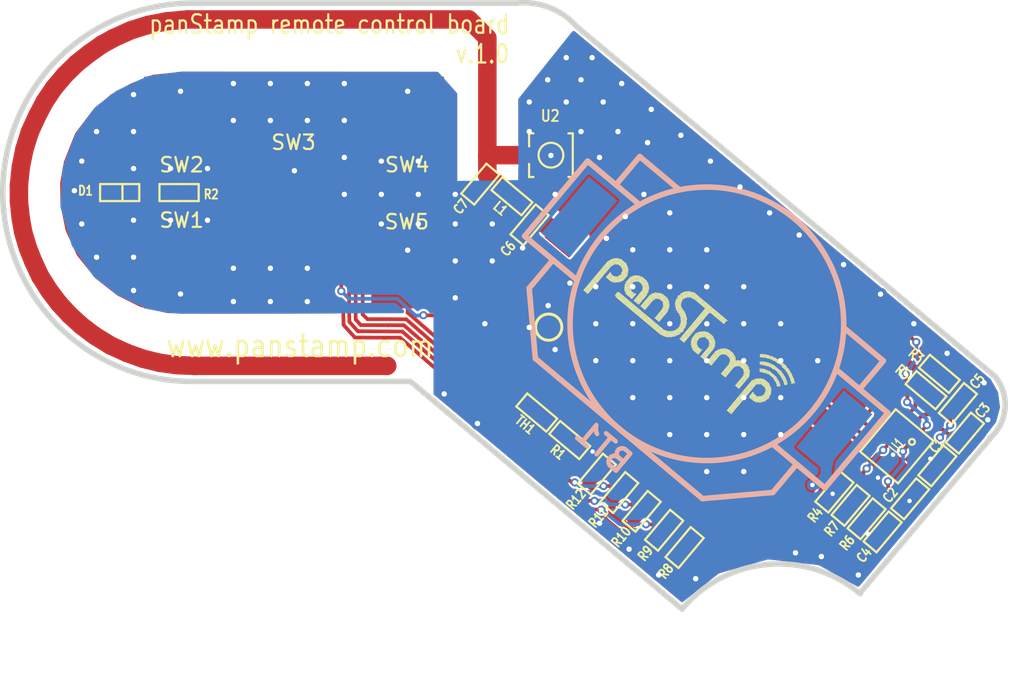
<source format=kicad_pcb>
(kicad_pcb (version 4) (host pcbnew 0.201512201246+6385~39~ubuntu14.04.1-stable)
  (title_block (title "Remote board") (date 2015-12-23) (rev 1.0) (company panStamp))
  (layers (0 Front signal) (1 Ground power) (2 Power power) (31 Back signal) (34 B.Paste user) (35 F.Paste user) (36 B.SilkS user) (37 F.SilkS user) (38 B.Mask user) (39 F.Mask user) (44 Edge.Cuts user))
  (net 0 "")
  (net 1 /RESET)
  (net 2 GND)
  (net 3 VCC)
  (net 4 /D14)
  (net 5 /TEST)
  (net 6 /A5)
  (net 7 /I2C_SDA)
  (net 8 /I2C_SCL)
  (net 9 "Net-(C4-Pad1)")
  (net 10 "Net-(C5-Pad1)")
  (net 11 "Net-(D1-Pad2)")
  (net 12 "Net-(PS1-Pad1)")
  (net 13 "Net-(PS1-Pad3)")
  (net 14 /BUT4)
  (net 15 /BUT3)
  (net 16 /BUT2)
  (net 17 /BUT1)
  (net 18 /BUT0)
  (net 19 /DRDY_M)
  (net 20 /TXD)
  (net 21 /RXD)
  (net 22 /INT2_AG)
  (net 23 /INT1_AG)
  (net 24 /INT_M)
  (net 25 "Net-(PS1-Pad23)")
  (net 26 "Net-(PS1-Pad24)")
  (net 27 "Net-(PS1-Pad25)")
  (net 28 "Net-(PS1-Pad26)")
  (net 29 "Net-(PS1-Pad27)")
  (net 30 "Net-(R4-Pad2)")
  (net 31 "Net-(R6-Pad2)")
  (net 32 "Net-(R7-Pad2)")
  (net 33 "Net-(PS1-Pad2)")
  (net 34 "Net-(C6-Pad1)")
  (net 35 "Net-(C7-Pad1)")
  (module mysmd:linx_bat-hld-001 (layer Back) (at 193.81 65.03 320)
    (fp_text reference BT1 (at 0 11.049 320) (layer B.SilkS) (effects (font (thickness 0.3048)) (justify mirror)))
    (fp_text value Battery hide)
    (pad 1 smd rect (at -11.43 0 320) (size 2.54 5.08) (layers Back B.Paste B.Mask))
    (pad 1 smd rect (at 11.43 0 320) (size 2.54 5.08) (layers Back B.Paste B.Mask) (net 3 VCC))
    (pad 2 smd circle (at 0 0 320) (size 17.78 17.78) (layers Back B.Paste B.Mask) (net 2 GND))
  )
  (module mysmd:PANSTAMP_2 (layer Front) (at 192.45 66.38 50)
    (fp_text reference PS1 hide)
    (fp_text value PANSTAMP_NRG2 hide)
    (pad 1 smd rect (at -8.1 -9 50) (size 2.2 1.4) (layers Front F.Mask) (net 12 "Net-(PS1-Pad1)"))
    (pad 2 smd rect (at -8.1 -7 50) (size 2.2 1.4) (layers Front F.Mask) (net 33 "Net-(PS1-Pad2)"))
    (pad 3 smd rect (at -8.1 -5 50) (size 2.2 1.4) (layers Front F.Mask) (net 13 "Net-(PS1-Pad3)"))
    (pad 4 smd rect (at -8.1 -3 50) (size 2.2 1.4) (layers Front F.Mask) (net 4 /D14))
    (pad 5 smd rect (at -8.1 -1 50) (size 2.2 1.4) (layers Front F.Mask) (net 6 /A5))
    (pad 6 smd rect (at -8.1 1 50) (size 2.2 1.4) (layers Front F.Mask) (net 14 /BUT4))
    (pad 7 smd rect (at -8.1 3 50) (size 2.2 1.4) (layers Front F.Mask) (net 15 /BUT3))
    (pad 8 smd rect (at -8.1 5 50) (size 2.2 1.4) (layers Front F.Mask) (net 16 /BUT2))
    (pad 9 smd rect (at -8.1 7 50) (size 2.2 1.4) (layers Front F.Mask) (net 17 /BUT1))
    (pad 10 smd rect (at -8.1 9 50) (size 2.2 1.4) (layers Front F.Mask) (net 18 /BUT0))
    (pad 11 smd rect (at -6 11.1 140) (size 2.2 1.4) (layers Front F.Mask) (net 5 /TEST))
    (pad 12 smd rect (at -4 11.1 140) (size 2.2 1.4) (layers Front F.Mask) (net 1 /RESET))
    (pad 13 smd rect (at -2 11.1 140) (size 2.2 1.4) (layers Front F.Mask) (net 3 VCC))
    (pad 14 smd rect (at 0 11.1 140) (size 2.2 1.4) (layers Front F.Mask) (net 2 GND))
    (pad 15 smd rect (at 2 11.1 140) (size 2.2 1.4) (layers Front F.Mask) (net 22 /INT2_AG))
    (pad 16 smd rect (at 4 11.1 140) (size 2.2 1.4) (layers Front F.Mask) (net 20 /TXD))
    (pad 17 smd rect (at 6 11.1 140) (size 2.2 1.4) (layers Front F.Mask) (net 21 /RXD))
    (pad 18 smd rect (at 8.1 9 50) (size 2.2 1.4) (layers Front F.Mask) (net 8 /I2C_SCL))
    (pad 19 smd rect (at 8.1 7 50) (size 2.2 1.4) (layers Front F.Mask) (net 7 /I2C_SDA))
    (pad 20 smd rect (at 8.1 5 50) (size 2.2 1.4) (layers Front F.Mask) (net 24 /INT_M))
    (pad 21 smd rect (at 8.1 3 50) (size 2.2 1.4) (layers Front F.Mask) (net 23 /INT1_AG))
    (pad 22 smd rect (at 8.1 1 50) (size 2.2 1.4) (layers Front F.Mask) (net 19 /DRDY_M))
    (pad 23 smd rect (at 8.1 -1 50) (size 2.2 1.4) (layers Front F.Mask) (net 25 "Net-(PS1-Pad23)"))
    (pad 24 smd rect (at 8.1 -3 50) (size 2.2 1.4) (layers Front F.Mask) (net 26 "Net-(PS1-Pad24)"))
    (pad 25 smd rect (at 8.1 -5 50) (size 2.2 1.4) (layers Front F.Mask) (net 27 "Net-(PS1-Pad25)"))
    (pad 26 smd rect (at 8.1 -7 50) (size 2.2 1.4) (layers Front F.Mask) (net 28 "Net-(PS1-Pad26)"))
    (pad 27 smd rect (at 8.1 -9 50) (size 2.2 1.4) (layers Front F.Mask) (net 29 "Net-(PS1-Pad27)"))
    (pad 28 smd rect (at 6 -11.1 140) (size 2.2 1.4) (layers Front F.Mask) (net 2 GND))
    (pad 29 smd rect (at 4 -11.1 140) (size 2.2 1.4) (layers Front F.Mask) (net 2 GND))
    (pad 30 smd rect (at 2 -11.1 140) (size 2.2 1.4) (layers Front F.Mask) (net 2 GND))
    (pad 31 smd rect (at 0 -11.1 140) (size 2.2 1.4) (layers Front F.Mask) (net 34 "Net-(C6-Pad1)"))
    (pad 32 smd rect (at -2 -11.1 140) (size 2.2 1.4) (layers Front F.Mask) (net 2 GND))
    (pad 33 smd rect (at -4 -11.1 140) (size 2.2 1.4) (layers Front F.Mask) (net 2 GND))
    (pad 34 smd rect (at -6 -11.1 140) (size 2.2 1.4) (layers Front F.Mask) (net 2 GND))
  )
  (module mysmd:SM0603S (layer Front) (at 209.64 74.79 50)
    (fp_text reference C1 (at 1.03909 -0.924117 50) (layer F.SilkS) (effects (font (size 0.635 0.508) (thickness 0.127))))
    (fp_text value 10u hide)
    (pad 2 smd rect (at 0.7493 0 50) (size 0.7874 0.762) (layers Front F.Paste F.Mask) (net 2 GND))
    (pad 1 smd rect (at -0.7493 0 50) (size 0.7874 0.762) (layers Front F.Paste F.Mask) (net 3 VCC))
  )
  (module mysmd:SM0603S (layer Front) (at 207.77 77.06 230)
    (fp_text reference C2 (at 0.68268 1.202517 230) (layer F.SilkS) (effects (font (size 0.635 0.508) (thickness 0.127))))
    (fp_text value 100n hide)
    (pad 2 smd rect (at 0.7493 0 230) (size 0.7874 0.762) (layers Front F.Paste F.Mask) (net 2 GND))
    (pad 1 smd rect (at -0.7493 0 230) (size 0.7874 0.762) (layers Front F.Paste F.Mask) (net 3 VCC))
  )
  (module mysmd:SM0603S (layer Front) (at 211.53 72.54 50)
    (fp_text reference C3 (at 1.963909 -0.055319 50) (layer F.SilkS) (effects (font (size 0.635 0.508) (thickness 0.127))))
    (fp_text value 100n hide)
    (pad 2 smd rect (at 0.7493 0 50) (size 0.7874 0.762) (layers Front F.Paste F.Mask) (net 2 GND))
    (pad 1 smd rect (at -0.7493 0 50) (size 0.7874 0.762) (layers Front F.Paste F.Mask) (net 3 VCC))
  )
  (module mysmd:SM0603S (layer Front) (at 205.88 79.33 230)
    (fp_text reference C4 (at 2.042011 -0.055584 230) (layer F.SilkS) (effects (font (size 0.635 0.508) (thickness 0.127))))
    (fp_text value 10n hide)
    (pad 2 smd rect (at 0.7493 0 230) (size 0.7874 0.762) (layers Front F.Paste F.Mask) (net 2 GND))
    (pad 1 smd rect (at -0.7493 0 230) (size 0.7874 0.762) (layers Front F.Paste F.Mask) (net 9 "Net-(C4-Pad1)"))
  )
  (module mysmd:SM0603S (layer Front) (at 211.05 70.51 50)
    (fp_text reference C5 (at 2.025723 0.049462 50) (layer F.SilkS) (effects (font (size 0.635 0.508) (thickness 0.127))))
    (fp_text value 100n hide)
    (pad 2 smd rect (at 0.7493 0 50) (size 0.7874 0.762) (layers Front F.Paste F.Mask) (net 2 GND))
    (pad 1 smd rect (at -0.7493 0 50) (size 0.7874 0.762) (layers Front F.Paste F.Mask) (net 10 "Net-(C5-Pad1)"))
  )
  (module mysmd:SM0603S (layer Front) (at 184.39 73.02 320)
    (fp_text reference R1 (at -0.088215 1.170563 320) (layer F.SilkS) (effects (font (size 0.635 0.508) (thickness 0.127))))
    (fp_text value 10k hide)
    (pad 2 smd rect (at 0.7493 0 320) (size 0.7874 0.762) (layers Front F.Paste F.Mask) (net 2 GND))
    (pad 1 smd rect (at -0.7493 0 320) (size 0.7874 0.762) (layers Front F.Paste F.Mask) (net 6 /A5))
  )
  (module mysmd:SM0603S (layer Front) (at 157.56 56.01 180)
    (fp_text reference R2 (at -2.206 -0.124 180) (layer F.SilkS) (effects (font (size 0.635 0.508) (thickness 0.127))))
    (fp_text value 470 hide)
    (pad 2 smd rect (at 0.7493 0 180) (size 0.7874 0.762) (layers Front F.Paste F.Mask) (net 11 "Net-(D1-Pad2)"))
    (pad 1 smd rect (at -0.7493 0 180) (size 0.7874 0.762) (layers Front F.Paste F.Mask) (net 33 "Net-(PS1-Pad2)"))
  )
  (module mysmd:SM0603S (layer Front) (at 209.78 68.47 140)
    (fp_text reference R3 (at 2.022728 -0.078565 140) (layer F.SilkS) (effects (font (size 0.635 0.508) (thickness 0.127))))
    (fp_text value 10k hide)
    (pad 2 smd rect (at 0.7493 0 140) (size 0.7874 0.762) (layers Front F.Paste F.Mask) (net 7 /I2C_SDA))
    (pad 1 smd rect (at -0.7493 0 140) (size 0.7874 0.762) (layers Front F.Paste F.Mask) (net 3 VCC))
  )
  (module mysmd:SM0603S (layer Front) (at 202.57 76.6 50)
    (fp_text reference R4 (at -2.044742 0.005658 50) (layer F.SilkS) (effects (font (size 0.635 0.508) (thickness 0.127))))
    (fp_text value 10k hide)
    (pad 2 smd rect (at 0.7493 0 50) (size 0.7874 0.762) (layers Front F.Paste F.Mask) (net 30 "Net-(R4-Pad2)"))
    (pad 1 smd rect (at -0.7493 0 50) (size 0.7874 0.762) (layers Front F.Paste F.Mask) (net 2 GND))
  )
  (module mysmd:SM0603S (layer Front) (at 208.86 69.59 140)
    (fp_text reference R5 (at 2.015067 -0.072137 140) (layer F.SilkS) (effects (font (size 0.635 0.508) (thickness 0.127))))
    (fp_text value 10k hide)
    (pad 2 smd rect (at 0.7493 0 140) (size 0.7874 0.762) (layers Front F.Paste F.Mask) (net 8 /I2C_SCL))
    (pad 1 smd rect (at -0.7493 0 140) (size 0.7874 0.762) (layers Front F.Paste F.Mask) (net 3 VCC))
  )
  (module mysmd:SM0603S (layer Front) (at 204.78 78.43 50)
    (fp_text reference R6 (at -2.126541 0.048188 50) (layer F.SilkS) (effects (font (size 0.635 0.508) (thickness 0.127))))
    (fp_text value 10k hide)
    (pad 2 smd rect (at 0.7493 0 50) (size 0.7874 0.762) (layers Front F.Paste F.Mask) (net 31 "Net-(R6-Pad2)"))
    (pad 1 smd rect (at -0.7493 0 50) (size 0.7874 0.762) (layers Front F.Paste F.Mask) (net 2 GND))
  )
  (module mysmd:SM0603S (layer Front) (at 203.68 77.51 50)
    (fp_text reference R7 (at -2.06376 0.060779 50) (layer F.SilkS) (effects (font (size 0.635 0.508) (thickness 0.127))))
    (fp_text value 10k hide)
    (pad 2 smd rect (at 0.7493 0 50) (size 0.7874 0.762) (layers Front F.Paste F.Mask) (net 32 "Net-(R7-Pad2)"))
    (pad 1 smd rect (at -0.7493 0 50) (size 0.7874 0.762) (layers Front F.Paste F.Mask) (net 3 VCC))
  )
  (module mysmd:SM0603S (layer Front) (at 192.28 80.41 50)
    (fp_text reference R8 (at -2.071421 0.067207 50) (layer F.SilkS) (effects (font (size 0.635 0.508) (thickness 0.127))))
    (fp_text value 100k hide)
    (pad 2 smd rect (at 0.7493 0 50) (size 0.7874 0.762) (layers Front F.Paste F.Mask) (net 18 /BUT0))
    (pad 1 smd rect (at -0.7493 0 50) (size 0.7874 0.762) (layers Front F.Paste F.Mask) (net 3 VCC))
  )
  (module mysmd:SM0603S (layer Front) (at 190.87 79.22 50)
    (fp_text reference R9 (at -2.048439 0.047923 50) (layer F.SilkS) (effects (font (size 0.635 0.508) (thickness 0.127))))
    (fp_text value 100k hide)
    (pad 2 smd rect (at 0.7493 0 50) (size 0.7874 0.762) (layers Front F.Paste F.Mask) (net 17 /BUT1))
    (pad 1 smd rect (at -0.7493 0 50) (size 0.7874 0.762) (layers Front F.Paste F.Mask) (net 3 VCC))
  )
  (module mysmd:SM0603S (layer Front) (at 189.33 77.92 50)
    (fp_text reference R10 (at -2.248141 0.058844 50) (layer F.SilkS) (effects (font (size 0.635 0.508) (thickness 0.127))))
    (fp_text value 100k hide)
    (pad 2 smd rect (at 0.7493 0 50) (size 0.7874 0.762) (layers Front F.Paste F.Mask) (net 16 /BUT2))
    (pad 1 smd rect (at -0.7493 0 50) (size 0.7874 0.762) (layers Front F.Paste F.Mask) (net 3 VCC))
  )
  (module mysmd:SM0603S (layer Front) (at 187.79 76.63 50)
    (fp_text reference R11 (at -2.222694 0.011384 50) (layer F.SilkS) (effects (font (size 0.635 0.508) (thickness 0.127))))
    (fp_text value 100k hide)
    (pad 2 smd rect (at 0.7493 0 50) (size 0.7874 0.762) (layers Front F.Paste F.Mask) (net 15 /BUT3))
    (pad 1 smd rect (at -0.7493 0 50) (size 0.7874 0.762) (layers Front F.Paste F.Mask) (net 3 VCC))
  )
  (module mysmd:SM0603S (layer Front) (at 186.25 75.36 50)
    (fp_text reference R12 (at -2.245676 0.030667 50) (layer F.SilkS) (effects (font (size 0.635 0.508) (thickness 0.127))))
    (fp_text value 100k hide)
    (pad 2 smd rect (at 0.7493 0 50) (size 0.7874 0.762) (layers Front F.Paste F.Mask) (net 14 /BUT4))
    (pad 1 smd rect (at -0.7493 0 50) (size 0.7874 0.762) (layers Front F.Paste F.Mask) (net 3 VCC))
  )
  (module mysmd:SM0603S (layer Front) (at 182.13 71.13 140)
    (fp_text reference TH1 (at 0.0635 -1.1557 140) (layer F.SilkS) (effects (font (size 0.635 0.508) (thickness 0.127))))
    (fp_text value THERMISTOR hide)
    (pad 2 smd rect (at 0.7493 0 140) (size 0.7874 0.762) (layers Front F.Paste F.Mask) (net 4 /D14))
    (pad 1 smd rect (at -0.7493 0 140) (size 0.7874 0.762) (layers Front F.Paste F.Mask) (net 6 /A5))
  )
  (module mysmd:LGA24L (layer Front) (at 206.86 73.45 230)
    (fp_text reference U1 (at -0.049925 0.00273 230) (layer F.SilkS) (effects (font (size 0.762 0.508) (thickness 0.1016))))
    (fp_text value LSM9DS1 hide)
    (pad 1 smd rect (at -1.505 -1.225 320) (size 0.5 0.3) (layers Front F.Paste F.Mask) (net 3 VCC))
    (pad 2 smd rect (at -1.475 -0.645 230) (size 0.5 0.3) (layers Front F.Paste F.Mask) (net 8 /I2C_SCL))
    (pad 3 smd rect (at -1.475 -0.215 230) (size 0.5 0.3) (layers Front F.Paste F.Mask) (net 3 VCC))
    (pad 4 smd rect (at -1.475 0.215 230) (size 0.5 0.3) (layers Front F.Paste F.Mask) (net 7 /I2C_SDA))
    (pad 5 smd rect (at -1.475 0.645 230) (size 0.5 0.3) (layers Front F.Paste F.Mask) (net 31 "Net-(R6-Pad2)"))
    (pad 6 smd rect (at -1.505 1.225 320) (size 0.5 0.3) (layers Front F.Paste F.Mask) (net 31 "Net-(R6-Pad2)"))
    (pad 7 smd rect (at -1.075 1.225 320) (size 0.5 0.3) (layers Front F.Paste F.Mask) (net 32 "Net-(R7-Pad2)"))
    (pad 8 smd rect (at -0.645 1.225 320) (size 0.5 0.3) (layers Front F.Paste F.Mask) (net 32 "Net-(R7-Pad2)"))
    (pad 9 smd rect (at -0.215 1.225 320) (size 0.5 0.3) (layers Front F.Paste F.Mask) (net 19 /DRDY_M))
    (pad 10 smd rect (at 0.215 1.225 320) (size 0.5 0.3) (layers Front F.Paste F.Mask) (net 24 /INT_M))
    (pad 11 smd rect (at 0.645 1.225 320) (size 0.5 0.3) (layers Front F.Paste F.Mask) (net 23 /INT1_AG))
    (pad 12 smd rect (at 1.075 1.225 320) (size 0.5 0.3) (layers Front F.Paste F.Mask) (net 22 /INT2_AG))
    (pad 13 smd rect (at 1.505 1.225 320) (size 0.5 0.3) (layers Front F.Paste F.Mask) (net 30 "Net-(R4-Pad2)"))
    (pad 14 smd rect (at 1.475 0.645 230) (size 0.5 0.3) (layers Front F.Paste F.Mask) (net 2 GND))
    (pad 15 smd rect (at 1.475 0.215 230) (size 0.5 0.3) (layers Front F.Paste F.Mask) (net 2 GND))
    (pad 16 smd rect (at 1.475 -0.215 230) (size 0.5 0.3) (layers Front F.Paste F.Mask) (net 2 GND))
    (pad 17 smd rect (at 1.475 -0.645 230) (size 0.5 0.3) (layers Front F.Paste F.Mask) (net 2 GND))
    (pad 18 smd rect (at 1.505 -1.225 320) (size 0.5 0.3) (layers Front F.Paste F.Mask) (net 2 GND))
    (pad 19 smd rect (at 1.075 -1.225 320) (size 0.5 0.3) (layers Front F.Paste F.Mask) (net 2 GND))
    (pad 20 smd rect (at 0.645 -1.225 320) (size 0.5 0.3) (layers Front F.Paste F.Mask) (net 2 GND))
    (pad 21 smd rect (at 0.215 -1.225 320) (size 0.5 0.3) (layers Front F.Paste F.Mask) (net 9 "Net-(C4-Pad1)"))
    (pad 22 smd rect (at -0.215 -1.225 320) (size 0.5 0.3) (layers Front F.Paste F.Mask) (net 3 VCC))
    (pad 23 smd rect (at -0.645 -1.225 320) (size 0.5 0.3) (layers Front F.Paste F.Mask) (net 3 VCC))
    (pad 24 smd rect (at -1.075 -1.225 320) (size 0.5 0.3) (layers Front F.Paste F.Mask) (net 10 "Net-(C5-Pad1)"))
  )
  (module mysmd:SM0603S_POL (layer Front) (at 153.48 56.01)
    (fp_text reference D1 (at -2.35 -0.13) (layer F.SilkS) (effects (font (size 0.635 0.508) (thickness 0.127))))
    (fp_text value LED hide)
    (pad 2 smd rect (at 0.7493 0) (size 0.7874 0.762) (layers Front F.Paste F.Mask) (net 11 "Net-(D1-Pad2)"))
    (pad 1 smd rect (at -0.7493 0) (size 0.7874 0.762) (layers Front F.Paste F.Mask) (net 2 GND))
  )
  (module mysmd:SM0603S (layer Front) (at 181.63 58.23 230)
    (fp_text reference C6 (at 2.201211 0.071914 230) (layer F.SilkS) (effects (font (size 0.635 0.508) (thickness 0.127))))
    (fp_text value N.P. hide)
    (pad 2 smd rect (at 0.7493 0 230) (size 0.7874 0.762) (layers Front F.Paste F.Mask) (net 2 GND))
    (pad 1 smd rect (at -0.7493 0 230) (size 0.7874 0.762) (layers Front F.Paste F.Mask) (net 34 "Net-(C6-Pad1)"))
  )
  (module mysmd:SM0603S (layer Front) (at 178.25 55.43 230)
    (fp_text reference C7 (at 2.042276 0.022518 230) (layer F.SilkS) (effects (font (size 0.635 0.508) (thickness 0.127))))
    (fp_text value N.P. hide)
    (pad 2 smd rect (at 0.7493 0 230) (size 0.7874 0.762) (layers Front F.Paste F.Mask) (net 2 GND))
    (pad 1 smd rect (at -0.7493 0 230) (size 0.7874 0.762) (layers Front F.Paste F.Mask) (net 35 "Net-(C7-Pad1)"))
  )
  (module mysmd:SM0603S (layer Front) (at 180.42 56.26 140)
    (fp_text reference L1 (at 0.0635 -1.1557 140) (layer F.SilkS) (effects (font (size 0.635 0.508) (thickness 0.127))))
    (fp_text value 0 hide)
    (pad 2 smd rect (at 0.7493 0 140) (size 0.7874 0.762) (layers Front F.Paste F.Mask) (net 35 "Net-(C7-Pad1)"))
    (pad 1 smd rect (at -0.7493 0 140) (size 0.7874 0.762) (layers Front F.Paste F.Mask) (net 34 "Net-(C6-Pad1)"))
  )
  (module myconnectors:U.FL_CONN (layer Front) (at 183.1 53.44 180)
    (fp_text reference U2 (at 0.05 2.7 180) (layer F.SilkS) (effects (font (size 0.762 0.635) (thickness 0.127))))
    (fp_text value ANTENNA hide)
    (pad 2 smd rect (at 0 -1.475 180) (size 2.2 1.05) (layers Front F.Paste F.Mask) (net 2 GND))
    (pad 2 smd rect (at 0 1.475 180) (size 2.2 1.05) (layers Front F.Paste F.Mask) (net 2 GND))
    (pad 1 smd rect (at 1.55 0 180) (size 1.05 1) (layers Front F.Paste F.Mask) (net 35 "Net-(C7-Pad1)"))
  )
  (module mysmd:minimum_jumper (layer Front) (at 157.66 50.55 180)
    (fp_text reference SW2 (at -0.074 -3.552 180) (layer F.SilkS))
    (fp_text value SW_PUSH)
    (pad 1 smd rect (at 0 -1.5 180) (size 5 2) (layers Front F.Mask) (net 17 /BUT1))
    (pad 2 smd rect (at 0 1.5 180) (size 5 2) (layers Front F.Mask) (net 2 GND))
  )
  (module mysmd:minimum_jumper (layer Front) (at 157.66 61.48)
    (fp_text reference SW1 (at 0.074 -3.568) (layer F.SilkS))
    (fp_text value SW_PUSH)
    (pad 1 smd rect (at 0 -1.5) (size 5 2) (layers Front F.Mask) (net 18 /BUT0))
    (pad 2 smd rect (at 0 1.5) (size 5 2) (layers Front F.Mask) (net 2 GND))
  )
  (module mysmd:minimum_jumper (layer Front) (at 165.48 56.01 180)
    (fp_text reference SW3 (at 0.06 3.45 180) (layer F.SilkS))
    (fp_text value SW_PUSH)
    (pad 1 smd rect (at 0 -1.5 180) (size 5 2) (layers Front F.Mask) (net 16 /BUT2))
    (pad 2 smd rect (at 0 1.5 180) (size 5 2) (layers Front F.Mask) (net 2 GND))
  )
  (module mysmd:minimum_jumper (layer Front) (at 173.26 50.55 180)
    (fp_text reference SW4 (at 0.032 -3.552 180) (layer F.SilkS))
    (fp_text value SW_PUSH)
    (pad 1 smd rect (at 0 -1.5 180) (size 5 2) (layers Front F.Mask) (net 15 /BUT3))
    (pad 2 smd rect (at 0 1.5 180) (size 5 2) (layers Front F.Mask) (net 2 GND))
  )
  (module mysmd:minimum_jumper (layer Front) (at 173.26 61.47 180)
    (fp_text reference SW5 (at 0.06 3.45 180) (layer F.SilkS))
    (fp_text value SW_PUSH)
    (pad 1 smd rect (at 0 -1.5 180) (size 5 2) (layers Front F.Mask) (net 14 /BUT4))
    (pad 2 smd rect (at 0 1.5 180) (size 5 2) (layers Front F.Mask) (net 2 GND))
  )
  (module mymods:PANSTAMPLOGO (layer Front) (at 188.722 58.674 320)
    (fp_text reference G*** hide)
    (fp_text value PANSTAMPLOGO hide)
  )
  (gr_text www.panstamp.com (at 165.862 66.548) (layer F.SilkS) (effects (font (size 1.524 1.27) (thickness 0.1778))))
  (gr_text "panStamp remote control board\nv.1.0" (at 180.34 45.466) (layer F.SilkS) (effects (font (size 1.27 1.016) (thickness 0.1524)) (justify right)))
  (gr_line (start 173.41 68.99) (end 173.41 69) (angle 90) (layer Edge.Cuts) (width 0.381))
  (gr_line (start 158.49 68.99) (end 173.41 68.99) (angle 90) (layer Edge.Cuts) (width 0.381))
  (gr_arc (start 211.25 70.59) (end 213.55 68.59) (angle 90) (layer Edge.Cuts) (width 0.381))
  (gr_arc (start 198.75 90.19) (end 192.15 84.59) (angle 90) (layer Edge.Cuts) (width 0.381))
  (gr_line (start 158.45 42.99) (end 180.75 42.99) (angle 90) (layer Edge.Cuts) (width 0.381))
  (gr_arc (start 181.25 47.79) (end 180.75 42.99) (angle 55) (layer Edge.Cuts) (width 0.381))
  (gr_arc (start 158.45 55.99) (end 158.45 68.99) (angle 90) (layer Edge.Cuts) (width 0.381))
  (gr_arc (start 158.45 55.99) (end 145.45 55.99) (angle 90) (layer Edge.Cuts) (width 0.381))
  (gr_line (start 213.56 68.61) (end 184.84796 44.576) (angle 90) (layer Edge.Cuts) (width 0.381))
  (gr_line (start 204.31 83.56) (end 213.3 72.88) (angle 90) (layer Edge.Cuts) (width 0.381))
  (gr_line (start 173.45 68.99) (end 192.12 84.65) (angle 90) (layer Edge.Cuts) (width 0.381))
  (segment (start 181.61 65.278) (end 183.388 66.802) (width 0.508) (layer Back) (net 2))
  (via (at 183.388 66.802) (size 0.8763) (drill 0.3683) (layers Front Back) (net 2))
  (via (at 193.802 75.184) (size 0.8763) (drill 0.3683) (layers Front Back) (net 2))
  (segment (start 196.342 72.644) (end 196.342 75.184) (width 0.508) (layer Front) (net 2))
  (via (at 196.342 75.184) (size 0.8763) (drill 0.3683) (layers Front Back) (net 2))
  (segment (start 196.342 75.184) (end 193.802 75.184) (width 0.508) (layer Front) (net 2))
  (segment (start 198.882 67.564) (end 198.882 65.024) (width 0.508) (layer Front) (net 2))
  (via (at 198.882 67.564) (size 0.8763) (drill 0.3683) (layers Front Back) (net 2))
  (segment (start 198.882 65.024) (end 193.81 65.03) (width 0.508) (layer Back) (net 2))
  (via (at 198.882 65.024) (size 0.8763) (drill 0.3683) (layers Front Back) (net 2))
  (segment (start 198.882 67.564) (end 201.422 67.564) (width 0.508) (layer Front) (net 2))
  (segment (start 201.422 67.564) (end 193.81 65.03) (width 0.508) (layer Back) (net 2))
  (via (at 201.422 67.564) (size 0.8763) (drill 0.3683) (layers Front Back) (net 2))
  (segment (start 198.882 70.104) (end 198.882 67.564) (width 0.508) (layer Front) (net 2))
  (segment (start 200.953093 73.514942) (end 200.768942 73.514942) (width 1.016) (layer Front) (net 2))
  (segment (start 200.768942 73.514942) (end 199.898 72.644) (width 1.016) (layer Front) (net 2))
  (segment (start 199.898 72.644) (end 198.882 72.644) (width 1.016) (layer Front) (net 2))
  (via (at 198.882 72.644) (size 0.8763) (drill 0.3683) (layers Front Back) (net 2))
  (segment (start 196.342 70.104) (end 198.882 70.104) (width 0.508) (layer Front) (net 2))
  (segment (start 198.882 70.104) (end 193.81 65.032) (width 0.508) (layer Back) (net 2))
  (via (at 198.882 70.104) (size 0.8763) (drill 0.3683) (layers Front Back) (net 2))
  (segment (start 193.81 65.032) (end 193.81 65.03) (width 0.508) (layer Back) (net 2))
  (segment (start 193.802 72.644) (end 196.342 72.644) (width 0.508) (layer Front) (net 2))
  (segment (start 196.342 72.644) (end 193.81 70.112) (width 0.508) (layer Back) (net 2))
  (via (at 196.342 72.644) (size 0.8763) (drill 0.3683) (layers Front Back) (net 2))
  (segment (start 193.81 70.112) (end 193.81 65.03) (width 0.508) (layer Back) (net 2))
  (segment (start 193.802 70.104) (end 193.802 72.644) (width 0.508) (layer Front) (net 2))
  (segment (start 193.802 72.644) (end 193.81 72.636) (width 0.508) (layer Back) (net 2))
  (via (at 193.802 72.644) (size 0.8763) (drill 0.3683) (layers Front Back) (net 2))
  (segment (start 193.81 72.636) (end 193.81 65.03) (width 0.508) (layer Back) (net 2))
  (segment (start 193.802 70.104) (end 196.342 70.104) (width 0.508) (layer Front) (net 2))
  (segment (start 196.342 70.104) (end 193.81 67.572) (width 0.508) (layer Back) (net 2))
  (via (at 196.342 70.104) (size 0.8763) (drill 0.3683) (layers Front Back) (net 2))
  (segment (start 193.81 67.572) (end 193.81 65.03) (width 0.508) (layer Back) (net 2))
  (segment (start 193.802 67.564) (end 193.802 70.104) (width 0.508) (layer Front) (net 2))
  (segment (start 193.802 70.104) (end 193.81 70.096) (width 0.508) (layer Back) (net 2))
  (via (at 193.802 70.104) (size 0.8763) (drill 0.3683) (layers Front Back) (net 2))
  (segment (start 193.81 70.096) (end 193.81 65.03) (width 0.508) (layer Back) (net 2))
  (segment (start 193.802 67.564) (end 196.342 67.564) (width 0.508) (layer Front) (net 2))
  (segment (start 196.342 67.564) (end 193.81 65.032) (width 0.508) (layer Back) (net 2))
  (via (at 196.342 67.564) (size 0.8763) (drill 0.3683) (layers Front Back) (net 2))
  (segment (start 193.81 65.032) (end 193.81 65.03) (width 0.508) (layer Back) (net 2))
  (segment (start 191.262 67.564) (end 193.802 67.564) (width 0.508) (layer Front) (net 2))
  (segment (start 193.802 67.564) (end 193.81 67.556) (width 0.508) (layer Back) (net 2))
  (via (at 193.802 67.564) (size 0.8763) (drill 0.3683) (layers Front Back) (net 2))
  (segment (start 193.81 67.556) (end 193.81 65.03) (width 0.508) (layer Back) (net 2))
  (segment (start 191.262 70.104) (end 191.262 72.644) (width 0.508) (layer Front) (net 2))
  (segment (start 191.262 72.644) (end 193.81 70.096) (width 0.508) (layer Back) (net 2))
  (via (at 191.262 72.644) (size 0.8763) (drill 0.3683) (layers Front Back) (net 2))
  (segment (start 193.81 70.096) (end 193.81 65.03) (width 0.508) (layer Back) (net 2))
  (segment (start 191.262 67.564) (end 191.262 70.104) (width 0.508) (layer Front) (net 2))
  (segment (start 191.262 70.104) (end 193.81 67.556) (width 0.508) (layer Back) (net 2))
  (via (at 191.262 70.104) (size 0.8763) (drill 0.3683) (layers Front Back) (net 2))
  (segment (start 193.81 67.556) (end 193.81 65.03) (width 0.508) (layer Back) (net 2))
  (segment (start 191.262 65.024) (end 191.262 67.564) (width 0.508) (layer Front) (net 2))
  (segment (start 191.262 67.564) (end 193.796 65.03) (width 0.508) (layer Back) (net 2))
  (via (at 191.262 67.564) (size 0.8763) (drill 0.3683) (layers Front Back) (net 2))
  (segment (start 193.796 65.03) (end 193.81 65.03) (width 0.508) (layer Back) (net 2))
  (segment (start 188.722 67.564) (end 188.722 70.104) (width 0.508) (layer Front) (net 2))
  (segment (start 188.722 70.104) (end 193.796 65.03) (width 0.508) (layer Back) (net 2))
  (via (at 188.722 70.104) (size 0.8763) (drill 0.3683) (layers Front Back) (net 2))
  (segment (start 193.796 65.03) (end 193.81 65.03) (width 0.508) (layer Back) (net 2))
  (segment (start 188.722 65.024) (end 188.722 67.564) (width 0.508) (layer Front) (net 2))
  (segment (start 188.722 67.564) (end 191.256 65.03) (width 0.508) (layer Back) (net 2))
  (via (at 188.722 67.564) (size 0.8763) (drill 0.3683) (layers Front Back) (net 2))
  (segment (start 191.256 65.03) (end 193.81 65.03) (width 0.508) (layer Back) (net 2))
  (segment (start 186.182 65.024) (end 186.182 67.564) (width 0.508) (layer Front) (net 2))
  (segment (start 186.182 67.564) (end 188.716 65.03) (width 0.508) (layer Back) (net 2))
  (via (at 186.182 67.564) (size 0.8763) (drill 0.3683) (layers Front Back) (net 2))
  (segment (start 188.716 65.03) (end 193.81 65.03) (width 0.508) (layer Back) (net 2))
  (segment (start 193.81 65.03) (end 196.336 65.03) (width 0.508) (layer Front) (net 2))
  (segment (start 196.336 65.03) (end 196.342 65.024) (width 0.508) (layer Front) (net 2))
  (segment (start 196.342 65.024) (end 196.336 65.03) (width 0.508) (layer Back) (net 2))
  (via (at 196.342 65.024) (size 0.8763) (drill 0.3683) (layers Front Back) (net 2))
  (segment (start 193.802 62.484) (end 196.342 62.484) (width 0.508) (layer Front) (net 2))
  (segment (start 196.342 62.484) (end 193.81 65.016) (width 0.508) (layer Back) (net 2))
  (via (at 196.342 62.484) (size 0.8763) (drill 0.3683) (layers Front Back) (net 2))
  (segment (start 193.81 65.016) (end 193.81 65.03) (width 0.508) (layer Back) (net 2))
  (segment (start 193.802 62.484) (end 193.802 59.944) (width 0.508) (layer Front) (net 2))
  (segment (start 193.802 59.944) (end 193.81 59.952) (width 0.508) (layer Back) (net 2))
  (via (at 193.802 59.944) (size 0.8763) (drill 0.3683) (layers Front Back) (net 2))
  (segment (start 193.81 59.952) (end 193.81 65.03) (width 0.508) (layer Back) (net 2))
  (segment (start 191.262 62.484) (end 193.802 62.484) (width 0.508) (layer Front) (net 2))
  (segment (start 193.802 62.484) (end 193.81 62.492) (width 0.508) (layer Back) (net 2))
  (via (at 193.802 62.484) (size 0.8763) (drill 0.3683) (layers Front Back) (net 2))
  (segment (start 193.81 62.492) (end 193.81 65.03) (width 0.508) (layer Back) (net 2))
  (segment (start 188.722 62.484) (end 186.182 62.484) (width 0.508) (layer Front) (net 2))
  (segment (start 186.182 62.484) (end 188.728 65.03) (width 0.508) (layer Back) (net 2))
  (via (at 186.182 62.484) (size 0.8763) (drill 0.3683) (layers Front Back) (net 2))
  (segment (start 188.728 65.03) (end 193.81 65.03) (width 0.508) (layer Back) (net 2))
  (segment (start 191.262 59.944) (end 191.262 57.404) (width 0.508) (layer Front) (net 2))
  (segment (start 191.262 57.404) (end 193.81 59.952) (width 0.508) (layer Back) (net 2))
  (via (at 191.262 57.404) (size 0.8763) (drill 0.3683) (layers Front Back) (net 2))
  (segment (start 193.81 59.952) (end 193.81 65.03) (width 0.508) (layer Back) (net 2))
  (segment (start 191.262 62.484) (end 191.262 59.944) (width 0.508) (layer Front) (net 2))
  (segment (start 191.262 59.944) (end 193.81 62.492) (width 0.508) (layer Back) (net 2))
  (via (at 191.262 59.944) (size 0.8763) (drill 0.3683) (layers Front Back) (net 2))
  (segment (start 193.81 62.492) (end 193.81 65.03) (width 0.508) (layer Back) (net 2))
  (segment (start 188.722 62.484) (end 188.722 59.944) (width 0.508) (layer Front) (net 2))
  (segment (start 188.722 59.944) (end 193.808 65.03) (width 0.508) (layer Back) (net 2))
  (via (at 188.722 59.944) (size 0.8763) (drill 0.3683) (layers Front Back) (net 2))
  (segment (start 193.808 65.03) (end 193.81 65.03) (width 0.508) (layer Back) (net 2))
  (segment (start 191.262 65.024) (end 191.262 62.484) (width 0.508) (layer Front) (net 2))
  (segment (start 191.262 62.484) (end 193.808 65.03) (width 0.508) (layer Back) (net 2))
  (via (at 191.262 62.484) (size 0.8763) (drill 0.3683) (layers Front Back) (net 2))
  (segment (start 193.808 65.03) (end 193.81 65.03) (width 0.508) (layer Back) (net 2))
  (segment (start 188.722 65.024) (end 188.722 62.484) (width 0.508) (layer Front) (net 2))
  (segment (start 188.722 62.484) (end 191.268 65.03) (width 0.508) (layer Back) (net 2))
  (via (at 188.722 62.484) (size 0.8763) (drill 0.3683) (layers Front Back) (net 2))
  (segment (start 191.268 65.03) (end 193.81 65.03) (width 0.508) (layer Back) (net 2))
  (segment (start 188.722 65.024) (end 186.182 65.024) (width 0.508) (layer Front) (net 2))
  (segment (start 186.182 65.024) (end 186.188 65.03) (width 0.508) (layer Back) (net 2))
  (via (at 186.182 65.024) (size 0.8763) (drill 0.3683) (layers Front Back) (net 2))
  (segment (start 186.188 65.03) (end 193.81 65.03) (width 0.508) (layer Back) (net 2))
  (segment (start 191.262 65.024) (end 188.722 65.024) (width 0.508) (layer Front) (net 2))
  (segment (start 188.722 65.024) (end 188.728 65.03) (width 0.508) (layer Back) (net 2))
  (via (at 188.722 65.024) (size 0.8763) (drill 0.3683) (layers Front Back) (net 2))
  (segment (start 188.728 65.03) (end 193.81 65.03) (width 0.508) (layer Back) (net 2))
  (segment (start 193.81 65.03) (end 191.268 65.03) (width 0.508) (layer Front) (net 2))
  (segment (start 191.268 65.03) (end 191.262 65.024) (width 0.508) (layer Front) (net 2))
  (segment (start 191.262 65.024) (end 191.268 65.03) (width 0.508) (layer Back) (net 2))
  (via (at 191.262 65.024) (size 0.8763) (drill 0.3683) (layers Front Back) (net 2))
  (segment (start 187.803632 54.648791) (end 189.484 56.134) (width 0.508) (layer Front) (net 2))
  (via (at 189.484 56.134) (size 0.8763) (drill 0.3683) (layers Front Back) (net 2))
  (segment (start 187.803632 54.648791) (end 186.436 53.594) (width 0.508) (layer Front) (net 2))
  (via (at 186.436 53.594) (size 0.8763) (drill 0.3683) (layers Front Back) (net 2))
  (segment (start 189.738 52.578) (end 187.706 51.816) (width 0.508) (layer Back) (net 2))
  (via (at 187.706 51.816) (size 0.8763) (drill 0.3683) (layers Front Back) (net 2))
  (segment (start 185.166 51.816) (end 185.166 49.784) (width 0.508) (layer Back) (net 2))
  (via (at 185.166 51.816) (size 0.8763) (drill 0.3683) (layers Front Back) (net 2))
  (segment (start 187.706 51.816) (end 185.166 51.816) (width 0.508) (layer Back) (net 2))
  (via (at 189.738 52.578) (size 0.8763) (drill 0.3683) (layers Front Back) (net 2))
  (segment (start 185.166 46.736) (end 185.166 48.26) (width 0.508) (layer Back) (net 2))
  (via (at 185.166 48.26) (size 0.8763) (drill 0.3683) (layers Front Back) (net 2))
  (segment (start 186.69 49.784) (end 185.166 49.784) (width 0.508) (layer Back) (net 2))
  (segment (start 185.166 49.784) (end 184.15 49.784) (width 0.508) (layer Back) (net 2))
  (via (at 184.15 49.784) (size 0.8763) (drill 0.3683) (layers Front Back) (net 2))
  (via (at 181.61 49.784) (size 0.8763) (drill 0.3683) (layers Front Back) (net 2))
  (segment (start 184.15 49.784) (end 181.61 49.784) (width 0.508) (layer Back) (net 2))
  (via (at 186.69 49.784) (size 0.8763) (drill 0.3683) (layers Front Back) (net 2))
  (segment (start 183.1 54.915) (end 183.388 56.134) (width 0.508) (layer Front) (net 2))
  (via (at 183.388 56.134) (size 0.8763) (drill 0.3683) (layers Front Back) (net 2))
  (via (at 193.81 65.03) (size 0.8763) (drill 0.3683) (layers Front Back) (net 2))
  (segment (start 200.152 58.928) (end 193.81 65.03) (width 0.508) (layer Back) (net 2))
  (segment (start 193.81 65.03) (end 193.87312 64.98336) (width 0.508) (layer Front) (net 2))
  (segment (start 207.288359 77.633997) (end 207.72628 77.2033) (width 0.508) (layer Front) (net 2))
  (via (at 207.72628 77.2033) (size 0.5588) (drill 0.3048) (layers Front Back) (net 2))
  (segment (start 211.531641 69.936003) (end 212.852 69.088) (width 0.508) (layer Front) (net 2))
  (via (at 212.852 69.088) (size 0.8763) (drill 0.3683) (layers Front Back) (net 2))
  (segment (start 212.011641 71.966003) (end 213.106 71.628) (width 0.508) (layer Front) (net 2))
  (via (at 213.106 71.628) (size 0.8763) (drill 0.3683) (layers Front Back) (net 2))
  (segment (start 212.852 69.088) (end 210.312 67.056) (width 0.508) (layer Back) (net 2))
  (via (at 210.312 67.056) (size 0.8763) (drill 0.3683) (layers Front Back) (net 2))
  (segment (start 208.026 65.024) (end 205.74 62.992) (width 0.508) (layer Back) (net 2))
  (via (at 205.74 62.992) (size 0.8763) (drill 0.3683) (layers Front Back) (net 2))
  (segment (start 200.914 58.928) (end 200.152 58.928) (width 0.508) (layer Front) (net 2))
  (via (at 203.2 60.96) (size 0.8763) (drill 0.3683) (layers Front Back) (net 2))
  (segment (start 200.914 58.928) (end 203.2 60.96) (width 0.508) (layer Front) (net 2))
  (segment (start 205.74 62.992) (end 203.2 60.96) (width 0.508) (layer Back) (net 2))
  (via (at 208.026 65.024) (size 0.8763) (drill 0.3683) (layers Front Back) (net 2))
  (segment (start 210.312 67.056) (end 208.026 65.024) (width 0.508) (layer Back) (net 2))
  (segment (start 213.106 71.628) (end 212.852 69.088) (width 0.508) (layer Back) (net 2))
  (segment (start 210.121641 74.216003) (end 209.15884 74.30008) (width 0.508) (layer Front) (net 2))
  (via (at 209.15884 74.30008) (size 0.5588) (drill 0.3048) (layers Front Back) (net 2))
  (segment (start 206.076588 74.718115) (end 205.55712 75.2983) (width 0.254) (layer Front) (net 2))
  (via (at 205.5622 75.60564) (size 0.5588) (drill 0.3048) (layers Front Back) (net 2))
  (segment (start 205.55712 75.2983) (end 205.5622 75.60564) (width 0.254) (layer Front) (net 2))
  (segment (start 206.076588 74.718115) (end 206.59344 74.12736) (width 0.254) (layer Front) (net 2))
  (via (at 206.60106 74.0283) (size 0.5588) (drill 0.3048) (layers Front Back) (net 2))
  (segment (start 206.59344 74.12736) (end 206.60106 74.0283) (width 0.254) (layer Front) (net 2))
  (segment (start 207.107408 75.060913) (end 207.107408 75.007911) (width 0.254) (layer Front) (net 2))
  (segment (start 207.107408 75.007911) (end 207.383806 74.731513) (width 0.254) (layer Front) (net 2))
  (segment (start 206.831009 75.390312) (end 206.831009 75.337312) (width 0.254) (layer Front) (net 2))
  (segment (start 206.831009 75.337312) (end 207.107408 75.060913) (width 0.254) (layer Front) (net 2))
  (segment (start 206.405987 74.994514) (end 206.435211 74.994514) (width 0.254) (layer Front) (net 2))
  (segment (start 206.435211 74.994514) (end 206.831009 75.390312) (width 0.254) (layer Front) (net 2))
  (segment (start 206.076588 74.718115) (end 206.129588 74.718115) (width 0.254) (layer Front) (net 2))
  (segment (start 206.129588 74.718115) (end 206.405987 74.994514) (width 0.254) (layer Front) (net 2))
  (segment (start 205.747189 74.441716) (end 205.800189 74.441716) (width 0.254) (layer Front) (net 2))
  (segment (start 205.800189 74.441716) (end 206.076588 74.718115) (width 0.254) (layer Front) (net 2))
  (segment (start 205.41779 74.165318) (end 205.470791 74.165318) (width 0.254) (layer Front) (net 2))
  (segment (start 205.470791 74.165318) (end 205.747189 74.441716) (width 0.254) (layer Front) (net 2))
  (via (at 183.1 53.45938) (size 0.8763) (drill 0.3683) (layers Front Back) (net 2))
  (segment (start 183.06288 53.44668) (end 183.0873 53.44668) (width 0.508) (layer Back) (net 2))
  (segment (start 183.0873 53.44668) (end 183.1 53.45938) (width 0.508) (layer Back) (net 2))
  (segment (start 183.1 54.915) (end 183.1 53.45938) (width 0.508) (layer Front) (net 2))
  (segment (start 183.1 53.45938) (end 183.1 51.965) (width 0.508) (layer Front) (net 2))
  (segment (start 181.148359 58.803997) (end 181.148359 59.807479) (width 0.508) (layer Front) (net 2))
  (via (at 181.15534 59.81446) (size 0.8763) (drill 0.3683) (layers Front Back) (net 2))
  (segment (start 181.148359 59.807479) (end 181.15534 59.81446) (width 0.508) (layer Front) (net 2))
  (segment (start 177.768359 56.003997) (end 176.660003 56.003997) (width 0.508) (layer Front) (net 2))
  (via (at 176.53 56.134) (size 0.8763) (drill 0.3683) (layers Front Back) (net 2))
  (segment (start 176.53 56.134) (end 173.99 56.134) (width 0.508) (layer Back) (net 2))
  (via (at 173.99 56.134) (size 0.8763) (drill 0.3683) (layers Front Back) (net 2))
  (segment (start 176.660003 56.003997) (end 176.53 56.134) (width 0.508) (layer Front) (net 2))
  (via (at 182.90901 63.779142) (size 0.8763) (drill 0.3683) (layers Front Back) (net 2))
  (segment (start 182.90901 63.779142) (end 181.375756 62.309235) (width 0.508) (layer Front) (net 2))
  (segment (start 182.661331 60.777146) (end 184.404 62.23) (width 0.508) (layer Front) (net 2))
  (segment (start 184.31697 62.154574) (end 184.404 62.23) (width 0.508) (layer Back) (net 2))
  (segment (start 184.31697 62.154574) (end 184.31697 62.154573) (width 0.508) (layer Back) (net 2))
  (via (at 184.404 62.23) (size 0.8763) (drill 0.3683) (layers Front Back) (net 2))
  (via (at 186.91499 59.156858) (size 0.8763) (drill 0.3683) (layers Front Back) (net 2))
  (segment (start 186.91499 59.156858) (end 185.232482 57.712969) (width 0.508) (layer Front) (net 2))
  (segment (start 186.518057 56.18088) (end 188.214 57.658) (width 0.508) (layer Front) (net 2))
  (via (at 188.214 57.658) (size 0.8763) (drill 0.3683) (layers Front Back) (net 2))
  (segment (start 181.61 65.278) (end 180.090181 63.841324) (width 0.508) (layer Front) (net 2))
  (via (at 181.61 65.278) (size 0.8763) (drill 0.3683) (layers Front Back) (net 2))
  (segment (start 188.214 57.658) (end 186.91499 59.156858) (width 0.508) (layer Back) (net 2))
  (segment (start 186.91499 59.156858) (end 184.31697 62.154573) (width 0.508) (layer Back) (net 2))
  (segment (start 184.31697 62.154573) (end 182.90901 63.779142) (width 0.508) (layer Back) (net 2))
  (segment (start 182.90901 63.779142) (end 181.61 65.278) (width 0.508) (layer Back) (net 2))
  (segment (start 193.04 82.55) (end 190.5 82.296) (width 0.508) (layer Back) (net 2))
  (via (at 190.5 82.296) (size 0.8763) (drill 0.3683) (layers Front Back) (net 2))
  (segment (start 188.468 80.518) (end 186.436 78.74) (width 0.508) (layer Back) (net 2))
  (via (at 186.436 78.74) (size 0.8763) (drill 0.3683) (layers Front Back) (net 2))
  (segment (start 178.054 71.882) (end 175.768 69.85) (width 0.508) (layer Back) (net 2))
  (segment (start 176.53 69.088) (end 175.768 69.85) (width 0.508) (layer Back) (net 2))
  (via (at 175.768 69.85) (size 0.8763) (drill 0.3683) (layers Front Back) (net 2))
  (via (at 176.53 63.246) (size 0.8763) (drill 0.3683) (layers Front Back) (net 2))
  (segment (start 176.53 69.088) (end 176.53 63.246) (width 0.508) (layer Back) (net 2))
  (via (at 178.054 71.882) (size 0.8763) (drill 0.3683) (layers Front Back) (net 2))
  (segment (start 186.436 78.74) (end 178.054 71.882) (width 0.508) (layer Back) (net 2))
  (via (at 188.468 80.518) (size 0.8763) (drill 0.3683) (layers Front Back) (net 2))
  (segment (start 190.5 82.296) (end 188.468 80.518) (width 0.508) (layer Back) (net 2))
  (via (at 193.04 82.55) (size 0.8763) (drill 0.3683) (layers Front Back) (net 2))
  (segment (start 199.898 80.772) (end 201.676 81.026) (width 0.508) (layer Back) (net 2))
  (via (at 201.676 81.026) (size 0.8763) (drill 0.3683) (layers Front Back) (net 2))
  (segment (start 205.486 80.01) (end 204.835403 79.443397) (width 0.508) (layer Back) (net 2))
  (via (at 204.216 82.296) (size 0.8763) (drill 0.3683) (layers Front Back) (net 2))
  (segment (start 205.486 80.772) (end 204.216 82.296) (width 0.508) (layer Back) (net 2))
  (segment (start 205.486 80.01) (end 205.486 80.772) (width 0.508) (layer Back) (net 2))
  (segment (start 201.676 81.026) (end 204.216 82.296) (width 0.508) (layer Back) (net 2))
  (via (at 199.898 80.772) (size 0.8763) (drill 0.3683) (layers Front Back) (net 2))
  (segment (start 198.12 57.404) (end 200.152 58.928) (width 0.508) (layer Front) (net 2))
  (segment (start 198.12 57.404) (end 196.088 55.626) (width 0.508) (layer Back) (net 2))
  (via (at 196.088 55.626) (size 0.8763) (drill 0.3683) (layers Front Back) (net 2))
  (segment (start 194.056 53.848) (end 192.024 52.07) (width 0.508) (layer Back) (net 2))
  (via (at 192.024 52.07) (size 0.8763) (drill 0.3683) (layers Front Back) (net 2))
  (segment (start 189.992 50.292) (end 187.96 48.514) (width 0.508) (layer Back) (net 2))
  (via (at 187.96 48.514) (size 0.8763) (drill 0.3683) (layers Front Back) (net 2))
  (segment (start 185.928 46.736) (end 185.166 46.736) (width 0.508) (layer Back) (net 2))
  (segment (start 185.166 46.736) (end 184.15 46.736) (width 0.508) (layer Back) (net 2))
  (via (at 184.15 46.736) (size 0.8763) (drill 0.3683) (layers Front Back) (net 2))
  (segment (start 182.88 48.26) (end 181.61 49.784) (width 0.508) (layer Back) (net 2))
  (segment (start 183.1 51.965) (end 181.61 51.816) (width 0.508) (layer Front) (net 2))
  (via (at 181.61 51.816) (size 0.8763) (drill 0.3683) (layers Front Back) (net 2))
  (segment (start 181.61 49.784) (end 181.61 51.816) (width 0.508) (layer Back) (net 2))
  (via (at 182.88 48.26) (size 0.8763) (drill 0.3683) (layers Front Back) (net 2))
  (segment (start 184.15 46.736) (end 182.88 48.26) (width 0.508) (layer Back) (net 2))
  (via (at 185.928 46.736) (size 0.8763) (drill 0.3683) (layers Front Back) (net 2))
  (segment (start 187.96 48.514) (end 185.928 46.736) (width 0.508) (layer Back) (net 2))
  (via (at 189.992 50.292) (size 0.8763) (drill 0.3683) (layers Front Back) (net 2))
  (segment (start 192.024 52.07) (end 189.992 50.292) (width 0.508) (layer Back) (net 2))
  (via (at 194.056 53.848) (size 0.8763) (drill 0.3683) (layers Front Back) (net 2))
  (segment (start 196.088 55.626) (end 194.056 53.848) (width 0.508) (layer Back) (net 2))
  (via (at 198.12 57.404) (size 0.8763) (drill 0.3683) (layers Front Back) (net 2))
  (via (at 200.152 58.928) (size 0.8763) (drill 0.3683) (layers Front Back) (net 2))
  (via (at 178.562 65.024) (size 0.8763) (drill 0.3683) (layers Front Back) (net 2))
  (segment (start 176.53 60.706) (end 176.53 63.246) (width 0.508) (layer Back) (net 2))
  (via (at 176.53 60.706) (size 0.8763) (drill 0.3683) (layers Front Back) (net 2))
  (segment (start 176.53 63.246) (end 178.562 65.024) (width 0.508) (layer Back) (net 2))
  (segment (start 179.07 60.706) (end 176.53 60.706) (width 0.508) (layer Back) (net 2))
  (segment (start 176.53 60.706) (end 176.53 58.166) (width 0.508) (layer Back) (net 2))
  (via (at 176.53 58.166) (size 0.8763) (drill 0.3683) (layers Front Back) (net 2))
  (via (at 179.07 60.706) (size 0.8763) (drill 0.3683) (layers Front Back) (net 2))
  (segment (start 176.53 58.166) (end 179.07 58.166) (width 0.508) (layer Back) (net 2))
  (via (at 179.07 58.166) (size 0.8763) (drill 0.3683) (layers Front Back) (net 2))
  (via (at 173.99 58.166) (size 0.8763) (drill 0.3683) (layers Front Back) (net 2))
  (segment (start 176.53 58.166) (end 173.99 58.166) (width 0.508) (layer Back) (net 2))
  (segment (start 171.45 58.166) (end 173.99 58.166) (width 0.508) (layer Back) (net 2))
  (segment (start 173.99 58.166) (end 173.99 56.134) (width 0.508) (layer Back) (net 2))
  (via (at 171.45 58.166) (size 0.8763) (drill 0.3683) (layers Front Back) (net 2))
  (segment (start 173.99 53.848) (end 171.45 53.848) (width 0.508) (layer Back) (net 2))
  (via (at 171.45 53.848) (size 0.8763) (drill 0.3683) (layers Front Back) (net 2))
  (via (at 171.45 56.134) (size 0.8763) (drill 0.3683) (layers Front Back) (net 2))
  (segment (start 171.45 53.848) (end 171.45 56.134) (width 0.508) (layer Back) (net 2))
  (via (at 173.99 53.848) (size 0.8763) (drill 0.3683) (layers Front Back) (net 2))
  (segment (start 171.45 56.134) (end 168.91 56.134) (width 0.508) (layer Back) (net 2))
  (via (at 168.91 56.134) (size 0.8763) (drill 0.3683) (layers Front Back) (net 2))
  (segment (start 168.91 53.594) (end 168.91 51.054) (width 0.508) (layer Back) (net 2))
  (via (at 168.91 51.054) (size 0.8763) (drill 0.3683) (layers Front Back) (net 2))
  (segment (start 166.37 51.054) (end 163.83 51.054) (width 0.508) (layer Back) (net 2))
  (via (at 163.83 51.054) (size 0.8763) (drill 0.3683) (layers Front Back) (net 2))
  (segment (start 161.29 51.054) (end 161.29 48.514) (width 0.508) (layer Back) (net 2))
  (via (at 161.29 51.054) (size 0.8763) (drill 0.3683) (layers Front Back) (net 2))
  (segment (start 163.83 51.054) (end 161.29 51.054) (width 0.508) (layer Back) (net 2))
  (via (at 166.37 51.054) (size 0.8763) (drill 0.3683) (layers Front Back) (net 2))
  (segment (start 168.91 51.054) (end 166.37 51.054) (width 0.508) (layer Back) (net 2))
  (via (at 168.91 53.594) (size 0.8763) (drill 0.3683) (layers Front Back) (net 2))
  (segment (start 168.91 56.134) (end 168.91 53.594) (width 0.508) (layer Back) (net 2))
  (segment (start 173.99 56.134) (end 171.45 56.134) (width 0.508) (layer Back) (net 2))
  (segment (start 161.29 61.214) (end 163.83 61.214) (width 0.508) (layer Back) (net 2))
  (via (at 163.83 61.214) (size 0.8763) (drill 0.3683) (layers Front Back) (net 2))
  (segment (start 166.37 61.214) (end 166.37 63.5) (width 0.508) (layer Back) (net 2))
  (via (at 166.37 63.5) (size 0.8763) (drill 0.3683) (layers Front Back) (net 2))
  (segment (start 163.83 63.5) (end 161.29 63.5) (width 0.508) (layer Back) (net 2))
  (segment (start 160.782 62.992) (end 161.29 63.5) (width 0.508) (layer Front) (net 2))
  (via (at 161.29 63.5) (size 0.8763) (drill 0.3683) (layers Front Back) (net 2))
  (segment (start 160.782 62.992) (end 157.66 62.98) (width 0.508) (layer Front) (net 2))
  (via (at 163.83 63.5) (size 0.8763) (drill 0.3683) (layers Front Back) (net 2))
  (segment (start 166.37 63.5) (end 163.83 63.5) (width 0.508) (layer Back) (net 2))
  (via (at 166.37 61.214) (size 0.8763) (drill 0.3683) (layers Front Back) (net 2))
  (segment (start 163.83 61.214) (end 166.37 61.214) (width 0.508) (layer Back) (net 2))
  (via (at 161.29 61.214) (size 0.8763) (drill 0.3683) (layers Front Back) (net 2))
  (segment (start 159.512 54.356) (end 156.972 54.356) (width 0.508) (layer Back) (net 2))
  (via (at 156.972 54.356) (size 0.8763) (drill 0.3683) (layers Front Back) (net 2))
  (segment (start 154.432 54.356) (end 154.432 51.816) (width 0.508) (layer Back) (net 2))
  (via (at 154.432 51.816) (size 0.8763) (drill 0.3683) (layers Front Back) (net 2))
  (via (at 154.432 54.356) (size 0.8763) (drill 0.3683) (layers Front Back) (net 2))
  (segment (start 156.972 54.356) (end 154.432 54.356) (width 0.508) (layer Back) (net 2))
  (via (at 159.512 54.356) (size 0.8763) (drill 0.3683) (layers Front Back) (net 2))
  (segment (start 159.512 57.912) (end 156.972 57.912) (width 0.508) (layer Back) (net 2))
  (via (at 156.972 57.912) (size 0.8763) (drill 0.3683) (layers Front Back) (net 2))
  (via (at 154.432 60.452) (size 0.8763) (drill 0.3683) (layers Front Back) (net 2))
  (segment (start 154.432 57.912) (end 154.432 60.452) (width 0.508) (layer Back) (net 2))
  (via (at 154.432 57.912) (size 0.8763) (drill 0.3683) (layers Front Back) (net 2))
  (segment (start 156.972 57.912) (end 154.432 57.912) (width 0.508) (layer Back) (net 2))
  (via (at 159.512 57.912) (size 0.8763) (drill 0.3683) (layers Front Back) (net 2))
  (via (at 173.26 59.97) (size 0.8763) (drill 0.3683) (layers Front Back) (net 2))
  (segment (start 173.26 59.97) (end 173.228 59.944) (width 0.508) (layer Back) (net 2))
  (via (at 165.48 54.51) (size 0.8763) (drill 0.3683) (layers Front Back) (net 2))
  (segment (start 165.48 54.51) (end 165.354 54.61) (width 0.508) (layer Back) (net 2))
  (via (at 157.66 49.05) (size 0.8763) (drill 0.3683) (layers Front Back) (net 2))
  (segment (start 157.66 49.05) (end 157.734 49.022) (width 0.508) (layer Back) (net 2))
  (via (at 157.66 62.98) (size 0.8763) (drill 0.3683) (layers Front Back) (net 2))
  (segment (start 157.66 62.98) (end 157.734 62.992) (width 0.508) (layer Back) (net 2))
  (via (at 173.26 49.05) (size 0.8763) (drill 0.3683) (layers Front Back) (net 2))
  (segment (start 170.688 48.514) (end 173.26 49.05) (width 0.508) (layer Front) (net 2))
  (segment (start 168.91 48.514) (end 166.37 48.514) (width 0.508) (layer Back) (net 2))
  (via (at 166.37 48.514) (size 0.8763) (drill 0.3683) (layers Front Back) (net 2))
  (segment (start 163.83 48.514) (end 161.29 48.514) (width 0.508) (layer Back) (net 2))
  (segment (start 161.29 49.022) (end 161.29 48.514) (width 0.508) (layer Front) (net 2))
  (via (at 161.29 48.514) (size 0.8763) (drill 0.3683) (layers Front Back) (net 2))
  (segment (start 157.66 49.05) (end 161.29 49.022) (width 0.508) (layer Front) (net 2))
  (via (at 163.83 48.514) (size 0.8763) (drill 0.3683) (layers Front Back) (net 2))
  (segment (start 166.37 48.514) (end 163.83 48.514) (width 0.508) (layer Back) (net 2))
  (via (at 168.91 48.514) (size 0.8763) (drill 0.3683) (layers Front Back) (net 2))
  (segment (start 168.91 48.514) (end 170.688 48.514) (width 0.508) (layer Front) (net 2))
  (segment (start 173.26 49.05) (end 173.228 49.022) (width 0.508) (layer Back) (net 2))
  (segment (start 154.432 60.452) (end 154.432 62.738) (width 0.508) (layer Back) (net 2))
  (segment (start 154.432 62.738) (end 155.194 62.738) (width 0.508) (layer Front) (net 2))
  (via (at 154.432 62.738) (size 0.8763) (drill 0.3683) (layers Front Back) (net 2))
  (segment (start 155.194 62.738) (end 157.66 62.98) (width 0.508) (layer Front) (net 2))
  (segment (start 150.368 55.88) (end 152.146 55.88) (width 0.508) (layer Front) (net 2))
  (segment (start 151.892 55.88) (end 150.368 55.88) (width 0.508) (layer Back) (net 2))
  (via (at 150.368 55.88) (size 0.8763) (drill 0.3683) (layers Front Back) (net 2))
  (segment (start 152.146 55.88) (end 152.7307 56.01) (width 0.508) (layer Front) (net 2))
  (segment (start 151.892 60.452) (end 151.892 57.404) (width 0.508) (layer Back) (net 2))
  (via (at 151.892 60.452) (size 0.8763) (drill 0.3683) (layers Front Back) (net 2))
  (segment (start 154.432 60.452) (end 151.892 60.452) (width 0.508) (layer Back) (net 2))
  (segment (start 150.876 58.166) (end 151.892 57.404) (width 0.508) (layer Back) (net 2))
  (via (at 150.876 58.166) (size 0.8763) (drill 0.3683) (layers Front Back) (net 2))
  (segment (start 151.892 57.404) (end 151.892 55.88) (width 0.508) (layer Back) (net 2))
  (segment (start 151.892 54.356) (end 150.876 53.848) (width 0.508) (layer Back) (net 2))
  (via (at 150.876 53.848) (size 0.8763) (drill 0.3683) (layers Front Back) (net 2))
  (segment (start 151.892 55.88) (end 151.892 54.356) (width 0.508) (layer Back) (net 2))
  (segment (start 151.892 51.816) (end 154.432 51.816) (width 0.508) (layer Back) (net 2))
  (segment (start 154.432 49.276) (end 154.432 51.816) (width 0.508) (layer Back) (net 2))
  (via (at 154.432 49.276) (size 0.8763) (drill 0.3683) (layers Front Back) (net 2))
  (segment (start 154.432 49.276) (end 155.194 49.022) (width 0.508) (layer Front) (net 2))
  (via (at 151.892 51.816) (size 0.8763) (drill 0.3683) (layers Front Back) (net 2))
  (segment (start 151.892 54.356) (end 151.892 51.816) (width 0.508) (layer Back) (net 2))
  (segment (start 157.66 49.05) (end 155.194 49.022) (width 0.508) (layer Front) (net 2))
  (segment (start 184.963997 73.501641) (end 185.96 73.81) (width 0.508) (layer Front) (net 2))
  (via (at 185.96 73.81) (size 0.5588) (drill 0.3048) (layers Front Back) (net 2))
  (via (at 204.835403 79.443397) (size 0.5588) (drill 0.3048) (layers Front Back) (net 2))
  (segment (start 204.835403 79.443397) (end 204.83 79.45) (width 0.762) (layer Back) (net 2))
  (segment (start 204.298359 79.003997) (end 204.835403 79.443397) (width 0.762) (layer Front) (net 2))
  (segment (start 204.835403 79.443397) (end 205.398359 79.903997) (width 0.762) (layer Front) (net 2))
  (segment (start 202.088359 77.173997) (end 202.45 76.71) (width 0.762) (layer Front) (net 2))
  (via (at 202.45 76.71) (size 0.5588) (drill 0.3048) (layers Front Back) (net 2))
  (segment (start 191.798359 80.983997) (end 194.87 80.99) (width 0.762) (layer Front) (net 3))
  (segment (start 198.94 80.15) (end 201.005494 78.015657) (width 0.762) (layer Front) (net 3))
  (segment (start 195.77 80.18) (end 198.94 80.15) (width 0.762) (layer Front) (net 3))
  (segment (start 194.87 80.99) (end 195.77 80.18) (width 0.762) (layer Front) (net 3))
  (segment (start 187.308359 77.203997) (end 186.82 76.8) (width 0.254) (layer Front) (net 3))
  (segment (start 185.95 76.36) (end 185.768359 75.933997) (width 0.254) (layer Front) (net 3))
  (segment (start 186.47 76.77) (end 185.95 76.36) (width 0.254) (layer Front) (net 3))
  (segment (start 186.82 76.8) (end 186.47 76.77) (width 0.254) (layer Front) (net 3))
  (segment (start 188.848359 78.493997) (end 188.376048 79.014961) (width 0.508) (layer Front) (net 3))
  (segment (start 188.376048 79.014961) (end 188.376048 79.014962) (width 0.508) (layer Front) (net 3))
  (segment (start 190.388359 79.793997) (end 189.921777 80.305309) (width 0.508) (layer Front) (net 3))
  (segment (start 187.308359 77.203997) (end 187.28 78.1) (width 0.508) (layer Front) (net 3))
  (segment (start 190.73 80.98) (end 191.798359 80.983997) (width 0.508) (layer Front) (net 3))
  (segment (start 187.28 78.1) (end 188.376048 79.014962) (width 0.508) (layer Front) (net 3))
  (segment (start 188.376048 79.014962) (end 189.921777 80.305309) (width 0.508) (layer Front) (net 3))
  (segment (start 189.921777 80.305309) (end 190.73 80.98) (width 0.508) (layer Front) (net 3))
  (segment (start 207.972811 72.458284) (end 208.36 71.99) (width 0.254) (layer Front) (net 3))
  (segment (start 208.64 71.27) (end 209.555265 71.244924) (width 0.254) (layer Front) (net 3))
  (segment (start 208.37 71.58) (end 208.64 71.27) (width 0.254) (layer Front) (net 3))
  (segment (start 208.36 71.99) (end 208.37 71.58) (width 0.254) (layer Front) (net 3))
  (segment (start 209.353683 72.404539) (end 209.78 71.84) (width 0.254) (layer Front) (net 3))
  (segment (start 209.78 71.43) (end 209.555265 71.244924) (width 0.254) (layer Front) (net 3))
  (segment (start 209.555265 71.244924) (end 209.48 71.182941) (width 0.254) (layer Front) (net 3))
  (segment (start 209.78 71.84) (end 209.78 71.43) (width 0.254) (layer Front) (net 3))
  (segment (start 210.415282 75.109725) (end 205.63 80.82) (width 0.508) (layer Front) (net 3))
  (segment (start 202.92 79.31) (end 202.52 78.9) (width 0.508) (layer Front) (net 3))
  (segment (start 205 81) (end 202.92 79.31) (width 0.508) (layer Front) (net 3))
  (segment (start 205.48 81) (end 205 81) (width 0.508) (layer Front) (net 3))
  (segment (start 205.63 80.82) (end 205.48 81) (width 0.508) (layer Front) (net 3))
  (segment (start 203.198359 78.083997) (end 202.52 78.9) (width 0.762) (layer Front) (net 3))
  (segment (start 200.7 76.64) (end 201.06 76.11) (width 0.762) (layer Front) (net 3))
  (segment (start 201.005494 78.015657) (end 200.68 77.72) (width 0.762) (layer Front) (net 3))
  (segment (start 200.68 77.72) (end 200.7 76.64) (width 0.762) (layer Front) (net 3))
  (segment (start 202.52 78.9) (end 201.88 78.81) (width 0.762) (layer Front) (net 3))
  (segment (start 201.88 78.81) (end 201.005494 78.015657) (width 0.762) (layer Front) (net 3))
  (segment (start 199.667518 75.047031) (end 201.06 76.11) (width 0.762) (layer Front) (net 3))
  (segment (start 201.99 75.1) (end 202.565888 72.377062) (width 0.762) (layer Back) (net 3))
  (segment (start 202.01 75.44) (end 201.99 75.1) (width 0.762) (layer Back) (net 3))
  (segment (start 201.66 75.91) (end 202.01 75.44) (width 0.762) (layer Back) (net 3))
  (segment (start 201.06 76.11) (end 201.66 75.91) (width 0.762) (layer Back) (net 3))
  (via (at 201.06 76.11) (size 0.5588) (drill 0.3048) (layers Front Back) (net 3))
  (segment (start 209.48 70.71) (end 209.433997 70.071641) (width 0.254) (layer Front) (net 3))
  (segment (start 209.48 71.182941) (end 209.48 70.71) (width 0.254) (layer Front) (net 3))
  (segment (start 209.433997 70.071641) (end 210.353997 68.951641) (width 0.762) (layer Front) (net 3))
  (segment (start 209.158359 75.363997) (end 210.21 75.36) (width 0.508) (layer Front) (net 3))
  (segment (start 211.25 73.52) (end 211.048359 73.113997) (width 0.508) (layer Front) (net 3))
  (segment (start 211.26 74.05) (end 211.25 73.52) (width 0.508) (layer Front) (net 3))
  (segment (start 210.94 74.47) (end 211.26 74.05) (width 0.508) (layer Front) (net 3))
  (segment (start 210.21 75.36) (end 210.415282 75.109725) (width 0.508) (layer Front) (net 3))
  (segment (start 210.415282 75.109725) (end 210.94 74.47) (width 0.508) (layer Front) (net 3))
  (segment (start 208.251641 76.486003) (end 209.158359 75.363997) (width 0.508) (layer Front) (net 3))
  (segment (start 207.936604 74.072715) (end 208.93 74.9) (width 0.254) (layer Front) (net 3))
  (segment (start 208.93 74.9) (end 209.158359 75.363997) (width 0.254) (layer Front) (net 3))
  (segment (start 208.213002 73.743316) (end 207.936604 74.072715) (width 0.254) (layer Front) (net 3))
  (segment (start 208.7658 73.084518) (end 209.353683 72.404539) (width 0.254) (layer Front) (net 3))
  (segment (start 209.353683 72.404539) (end 209.47 72.27) (width 0.254) (layer Front) (net 3))
  (segment (start 209.98 72.28) (end 210.128683 72.396067) (width 0.254) (layer Front) (net 3))
  (segment (start 210.128683 72.396067) (end 211.048359 73.113997) (width 0.254) (layer Front) (net 3))
  (segment (start 209.47 72.27) (end 209.98 72.28) (width 0.254) (layer Front) (net 3))
  (segment (start 181.556003 70.648359) (end 182.69 70.64) (width 0.254) (layer Front) (net 4))
  (segment (start 183.74 71.09) (end 184.945287 70.656597) (width 0.254) (layer Front) (net 4))
  (segment (start 183.24 71.08) (end 183.74 71.09) (width 0.254) (layer Front) (net 4))
  (segment (start 182.69 70.64) (end 183.24 71.08) (width 0.254) (layer Front) (net 4))
  (segment (start 182.703997 71.611641) (end 183.816003 72.538359) (width 0.508) (layer Front) (net 6))
  (segment (start 183.816003 72.538359) (end 185.23 72.54) (width 0.254) (layer Front) (net 6))
  (segment (start 185.33 72.43) (end 186.477376 71.942172) (width 0.254) (layer Front) (net 6))
  (segment (start 185.23 72.54) (end 185.33 72.43) (width 0.254) (layer Front) (net 6))
  (segment (start 208.521199 69.873861) (end 208.14 70.31) (width 0.254) (layer Front) (net 7))
  (segment (start 207.89 71.53) (end 207.89 71.887925) (width 0.254) (layer Front) (net 7))
  (segment (start 207.74 71.41) (end 207.89 71.53) (width 0.254) (layer Front) (net 7))
  (segment (start 207.75 71.13) (end 207.74 71.41) (width 0.254) (layer Front) (net 7))
  (segment (start 208.12 70.75) (end 207.75 71.13) (width 0.254) (layer Front) (net 7))
  (segment (start 208.14 70.31) (end 208.12 70.75) (width 0.254) (layer Front) (net 7))
  (segment (start 207.643412 72.181885) (end 207.89 71.887925) (width 0.254) (layer Front) (net 7))
  (segment (start 209.35 68.44) (end 209.206003 67.988359) (width 0.254) (layer Front) (net 7))
  (segment (start 209.34 68.92) (end 209.35 68.44) (width 0.254) (layer Front) (net 7))
  (segment (start 208.521199 69.873861) (end 209.34 68.92) (width 0.254) (layer Front) (net 7))
  (segment (start 208.295464 67.243411) (end 209.206003 67.988359) (width 0.508) (layer Front) (net 7))
  (segment (start 208.295464 67.243411) (end 206.41 65.68) (width 0.508) (layer Front) (net 7))
  (segment (start 204.18 64.12) (end 203.018891 64.674553) (width 0.508) (layer Front) (net 7))
  (segment (start 204.86 64.14) (end 204.18 64.12) (width 0.508) (layer Front) (net 7))
  (segment (start 205.85 64.96) (end 204.86 64.14) (width 0.508) (layer Front) (net 7))
  (segment (start 206.4 65.44) (end 205.85 64.96) (width 0.508) (layer Front) (net 7))
  (segment (start 206.41 65.68) (end 206.4 65.44) (width 0.508) (layer Front) (net 7))
  (segment (start 208.30221 72.734682) (end 208.92 71.99) (width 0.254) (layer Front) (net 8))
  (via (at 208.92 71.99) (size 0.5588) (drill 0.3048) (layers Front Back) (net 8))
  (segment (start 208.92 71.99) (end 208.91 71.57) (width 0.254) (layer Back) (net 8))
  (segment (start 208.91 71.57) (end 208.05 70.84) (width 0.254) (layer Back) (net 8))
  (segment (start 208.05 70.84) (end 207.57 70.41) (width 0.254) (layer Back) (net 8))
  (via (at 207.57 70.41) (size 0.5588) (drill 0.3048) (layers Front Back) (net 8))
  (segment (start 207.57 70.41) (end 207.589524 70.409546) (width 0.254) (layer Front) (net 8))
  (segment (start 207.589524 70.409546) (end 207.589524 70.409532) (width 0.254) (layer Front) (net 8))
  (segment (start 208.286003 69.108359) (end 207.58 70) (width 0.254) (layer Front) (net 8))
  (segment (start 207.589524 70.409532) (end 207.58 70) (width 0.254) (layer Front) (net 8))
  (segment (start 208.05 70.84) (end 208.91 71.57) (width 0.254) (layer Back) (net 8))
  (segment (start 208.286003 69.108359) (end 208.194204 68.160321) (width 0.508) (layer Front) (net 8))
  (segment (start 205.61 66.03) (end 204.55098 65.960128) (width 0.508) (layer Front) (net 8))
  (segment (start 208.194204 68.160321) (end 205.61 66.03) (width 0.508) (layer Front) (net 8))
  (segment (start 206.361641 78.756003) (end 206.39 77.57) (width 0.254) (layer Front) (net 9))
  (segment (start 208.03 74.73) (end 207.660205 74.402114) (width 0.254) (layer Front) (net 9))
  (segment (start 208.05 75.06) (end 208.03 74.73) (width 0.254) (layer Front) (net 9))
  (segment (start 207.72 75.46) (end 208.05 75.06) (width 0.254) (layer Front) (net 9))
  (segment (start 207.74 75.93) (end 207.72 75.46) (width 0.254) (layer Front) (net 9))
  (segment (start 206.39 77.57) (end 207.74 75.93) (width 0.254) (layer Front) (net 9))
  (segment (start 208.489401 73.413917) (end 208.83 73.69) (width 0.254) (layer Front) (net 10))
  (segment (start 210.53 71.63) (end 210.568359 71.083997) (width 0.254) (layer Front) (net 10))
  (segment (start 210.52 72) (end 210.53 71.63) (width 0.254) (layer Front) (net 10))
  (via (at 210.52 72) (size 0.5588) (drill 0.3048) (layers Front Back) (net 10))
  (segment (start 209.82 72.85) (end 210.52 72) (width 0.254) (layer Back) (net 10))
  (via (at 209.82 72.85) (size 0.5588) (drill 0.3048) (layers Front Back) (net 10))
  (segment (start 209.11 73.7) (end 209.82 72.85) (width 0.254) (layer Front) (net 10))
  (segment (start 208.83 73.69) (end 209.11 73.7) (width 0.254) (layer Front) (net 10))
  (segment (start 154.2293 56.01) (end 156.8107 56.01) (width 0.508) (layer Front) (net 11))
  (segment (start 180.59 70.65) (end 180.59 70.78) (width 0.254) (layer Front) (net 14))
  (segment (start 173.253768 64.260024) (end 180.59 70.65) (width 0.254) (layer Front) (net 14))
  (segment (start 180.59 70.78) (end 180.576 71.382011) (width 0.254) (layer Front) (net 14))
  (segment (start 186.385631 74.486607) (end 184.12 74.45) (width 0.254) (layer Front) (net 14))
  (segment (start 186.731641 74.786003) (end 186.385631 74.486607) (width 0.254) (layer Front) (net 14))
  (segment (start 184.12 74.45) (end 180.576 71.382011) (width 0.254) (layer Front) (net 14))
  (segment (start 173.253768 64.260024) (end 173.26 62.97) (width 0.254) (layer Front) (net 14))
  (segment (start 186.731641 74.786003) (end 188.009465 73.227748) (width 0.254) (layer Front) (net 14))
  (segment (start 172.06 64.71) (end 173.16 64.72) (width 0.254) (layer Front) (net 15))
  (segment (start 180.19 70.84) (end 180.164241 71.574123) (width 0.254) (layer Front) (net 15))
  (segment (start 173.16 64.72) (end 180.19 70.84) (width 0.254) (layer Front) (net 15))
  (segment (start 185.666818 74.861543) (end 183.92 74.84) (width 0.254) (layer Front) (net 15))
  (segment (start 187.73 75.64) (end 186.62 75.63) (width 0.254) (layer Front) (net 15))
  (segment (start 186.62 75.63) (end 185.666818 74.861543) (width 0.254) (layer Front) (net 15))
  (segment (start 188.271641 76.056003) (end 187.73 75.64) (width 0.254) (layer Front) (net 15))
  (segment (start 183.92 74.84) (end 180.164241 71.574123) (width 0.254) (layer Front) (net 15))
  (segment (start 170.74 53.11) (end 173.26 52.05) (width 0.254) (layer Front) (net 15))
  (segment (start 170.18 53.56) (end 170.74 53.11) (width 0.254) (layer Front) (net 15))
  (segment (start 170.17 64.39) (end 170.18 53.56) (width 0.254) (layer Front) (net 15))
  (segment (start 170.5 64.71) (end 170.17 64.39) (width 0.254) (layer Front) (net 15))
  (segment (start 172.06 64.71) (end 170.5 64.71) (width 0.254) (layer Front) (net 15))
  (segment (start 188.271641 76.056003) (end 189.541554 74.513323) (width 0.254) (layer Front) (net 15))
  (segment (start 171.920037 65.124413) (end 173 65.13) (width 0.254) (layer Front) (net 16))
  (segment (start 179.76 71.02) (end 179.76 71.779413) (width 0.254) (layer Front) (net 16))
  (segment (start 173 65.13) (end 179.76 71.02) (width 0.254) (layer Front) (net 16))
  (segment (start 186.71 76.18) (end 185.04 76.18) (width 0.254) (layer Back) (net 16))
  (segment (start 184.54 75.94) (end 179.76 71.779413) (width 0.254) (layer Front) (net 16))
  (segment (start 184.74 75.93) (end 184.54 75.94) (width 0.254) (layer Front) (net 16))
  (via (at 184.74 75.93) (size 0.5588) (drill 0.3048) (layers Front Back) (net 16))
  (segment (start 185.04 76.18) (end 184.74 75.93) (width 0.254) (layer Back) (net 16))
  (segment (start 189.811641 77.346003) (end 189.27 76.89) (width 0.254) (layer Front) (net 16))
  (via (at 186.71 76.18) (size 0.5588) (drill 0.3048) (layers Front Back) (net 16))
  (segment (start 187.29 76.18) (end 186.71 76.18) (width 0.254) (layer Front) (net 16))
  (segment (start 188.23 76.89) (end 187.29 76.18) (width 0.254) (layer Front) (net 16))
  (segment (start 189.27 76.89) (end 188.23 76.89) (width 0.254) (layer Front) (net 16))
  (segment (start 189.811641 77.346003) (end 191.073643 75.798898) (width 0.254) (layer Front) (net 16))
  (segment (start 168.09 57.96) (end 165.48 57.51) (width 0.254) (layer Front) (net 16))
  (segment (start 169.22 57.99) (end 168.09 57.96) (width 0.254) (layer Front) (net 16))
  (segment (start 169.67 58.52) (end 169.22 57.99) (width 0.254) (layer Front) (net 16))
  (segment (start 169.69 63.88) (end 169.67 58.52) (width 0.254) (layer Front) (net 16))
  (segment (start 169.69 64.73) (end 169.69 63.88) (width 0.254) (layer Front) (net 16))
  (segment (start 170.04 65.12) (end 169.69 64.73) (width 0.254) (layer Front) (net 16))
  (segment (start 171.920037 65.124413) (end 170.04 65.12) (width 0.254) (layer Front) (net 16))
  (segment (start 171.849904 65.553538) (end 172.89 65.56) (width 0.254) (layer Front) (net 17))
  (segment (start 179.35 71.19) (end 179.337027 71.955393) (width 0.254) (layer Front) (net 17))
  (segment (start 172.89 65.56) (end 179.35 71.19) (width 0.254) (layer Front) (net 17))
  (segment (start 188.2 77.45) (end 187.15 77.44) (width 0.254) (layer Back) (net 17))
  (segment (start 190.83 78.23) (end 189.67 78.22) (width 0.254) (layer Front) (net 17))
  (segment (start 189.67 78.22) (end 188.65 77.45) (width 0.254) (layer Front) (net 17))
  (segment (start 188.65 77.45) (end 188.2 77.45) (width 0.254) (layer Front) (net 17))
  (via (at 188.2 77.45) (size 0.5588) (drill 0.3048) (layers Front Back) (net 17))
  (segment (start 191.351641 78.646003) (end 190.83 78.23) (width 0.254) (layer Front) (net 17))
  (segment (start 187.15 77.44) (end 186.83 77.15) (width 0.254) (layer Back) (net 17))
  (segment (start 186.83 77.15) (end 186.09 77.2) (width 0.254) (layer Back) (net 17))
  (via (at 186.09 77.2) (size 0.5588) (drill 0.3048) (layers Front Back) (net 17))
  (segment (start 186.09 77.2) (end 185.35 77.19) (width 0.254) (layer Front) (net 17))
  (segment (start 185.35 77.19) (end 179.337027 71.955393) (width 0.254) (layer Front) (net 17))
  (segment (start 160.26 52.81) (end 157.66 52.05) (width 0.254) (layer Front) (net 17))
  (segment (start 161.58 52.81) (end 160.26 52.81) (width 0.254) (layer Front) (net 17))
  (segment (start 162.03 53.24) (end 161.58 52.81) (width 0.254) (layer Front) (net 17))
  (segment (start 162.03 59.05) (end 162.03 53.24) (width 0.254) (layer Front) (net 17))
  (segment (start 162.5 59.46) (end 162.03 59.05) (width 0.254) (layer Front) (net 17))
  (segment (start 168.82 59.47) (end 162.5 59.46) (width 0.254) (layer Front) (net 17))
  (segment (start 169.23 59.9) (end 168.82 59.47) (width 0.254) (layer Front) (net 17))
  (segment (start 169.24 64.23) (end 169.23 59.9) (width 0.254) (layer Front) (net 17))
  (segment (start 169.26 64.9) (end 169.24 64.23) (width 0.254) (layer Front) (net 17))
  (segment (start 169.84 65.54) (end 169.26 64.9) (width 0.254) (layer Front) (net 17))
  (segment (start 169.95 65.54) (end 169.84 65.54) (width 0.254) (layer Front) (net 17))
  (segment (start 171.849904 65.553538) (end 169.95 65.54) (width 0.254) (layer Front) (net 17))
  (segment (start 191.351641 78.646003) (end 192.605731 77.084473) (width 0.254) (layer Front) (net 17))
  (segment (start 167.64 61.976) (end 167.64 60.706) (width 0.254) (layer Front) (net 18))
  (segment (start 160.274 60.452) (end 157.66 59.98) (width 0.254) (layer Front) (net 18))
  (segment (start 160.528 60.452) (end 160.274 60.452) (width 0.254) (layer Front) (net 18))
  (segment (start 167.386 60.452) (end 160.528 60.452) (width 0.254) (layer Front) (net 18))
  (segment (start 167.64 60.706) (end 167.386 60.452) (width 0.254) (layer Front) (net 18))
  (segment (start 167.64 62.738) (end 168.232286 63.330286) (width 0.254) (layer Front) (net 18))
  (segment (start 167.64 61.976) (end 167.64 62.738) (width 0.254) (layer Front) (net 18))
  (segment (start 171.70004 65.984081) (end 172.74 65.98) (width 0.254) (layer Front) (net 18))
  (segment (start 171.70004 65.984081) (end 169.63 65.97) (width 0.254) (layer Front) (net 18))
  (segment (start 169.63 65.97) (end 168.86 65.11) (width 0.254) (layer Front) (net 18))
  (segment (start 168.86 65.11) (end 168.82 63.77) (width 0.254) (layer Front) (net 18))
  (segment (start 168.82 63.77) (end 168.46 63.33) (width 0.254) (layer Front) (net 18))
  (segment (start 168.46 63.33) (end 168.232286 63.330286) (width 0.254) (layer Front) (net 18))
  (segment (start 185.4 77.78) (end 178.94 72.158836) (width 0.254) (layer Front) (net 18))
  (segment (start 186.57 77.8) (end 185.4 77.78) (width 0.254) (layer Front) (net 18))
  (via (at 186.57 77.8) (size 0.5588) (drill 0.3048) (layers Front Back) (net 18))
  (segment (start 187.81 78.8) (end 186.57 77.8) (width 0.254) (layer Back) (net 18))
  (segment (start 192.33 79.49) (end 191.29 79.49) (width 0.254) (layer Front) (net 18))
  (segment (start 191.29 79.49) (end 190.42 78.83) (width 0.254) (layer Front) (net 18))
  (segment (start 190.42 78.83) (end 189.63 78.81) (width 0.254) (layer Front) (net 18))
  (via (at 189.63 78.81) (size 0.5588) (drill 0.3048) (layers Front Back) (net 18))
  (segment (start 192.761641 79.836003) (end 192.33 79.49) (width 0.254) (layer Front) (net 18))
  (segment (start 189.63 78.81) (end 187.81 78.8) (width 0.254) (layer Back) (net 18))
  (segment (start 172.74 65.98) (end 178.94 71.4) (width 0.254) (layer Front) (net 18))
  (segment (start 178.94 71.4) (end 178.94 72.158836) (width 0.254) (layer Front) (net 18))
  (segment (start 192.761641 79.836003) (end 194.13782 78.370048) (width 0.254) (layer Front) (net 18))
  (segment (start 206.059795 72.497886) (end 205.43 71.98) (width 0.254) (layer Front) (net 19))
  (segment (start 199.58 60.22) (end 198.422624 60.817828) (width 0.254) (layer Front) (net 19))
  (segment (start 199.94 59.85) (end 199.58 60.22) (width 0.254) (layer Front) (net 19))
  (segment (start 200.68 59.86) (end 199.94 59.85) (width 0.254) (layer Front) (net 19))
  (segment (start 206.22 64.43) (end 200.68 59.86) (width 0.254) (layer Front) (net 19))
  (segment (start 207 65.06) (end 206.22 64.43) (width 0.254) (layer Front) (net 19))
  (segment (start 207 65.27) (end 207 65.06) (width 0.254) (layer Front) (net 19))
  (segment (start 208.19 66.28) (end 207 65.27) (width 0.254) (layer Front) (net 19))
  (via (at 208.19 66.28) (size 0.5588) (drill 0.3048) (layers Front Back) (net 19))
  (segment (start 208.24 67.39) (end 208.19 66.28) (width 0.254) (layer Back) (net 19))
  (segment (start 207.47 68.48) (end 208.24 67.39) (width 0.254) (layer Back) (net 19))
  (via (at 207.47 68.48) (size 0.5588) (drill 0.3048) (layers Front Back) (net 19))
  (segment (start 207.47 68.85) (end 207.47 68.48) (width 0.254) (layer Front) (net 19))
  (segment (start 205.83 70.81) (end 207.47 68.85) (width 0.254) (layer Front) (net 19))
  (segment (start 205.41 71.31) (end 205.83 70.81) (width 0.254) (layer Front) (net 19))
  (segment (start 205.43 71.98) (end 205.41 71.31) (width 0.254) (layer Front) (net 19))
  (segment (start 205.230599 73.486083) (end 204.75 73.09) (width 0.254) (layer Front) (net 22))
  (segment (start 203.37 72.36) (end 202.238669 71.982854) (width 0.254) (layer Front) (net 22))
  (segment (start 203.49 72.46) (end 203.37 72.36) (width 0.254) (layer Front) (net 22))
  (segment (start 204.2 73.09) (end 203.49 72.46) (width 0.254) (layer Front) (net 22))
  (segment (start 204.75 73.09) (end 204.2 73.09) (width 0.254) (layer Front) (net 22))
  (segment (start 201.902788 70.39664) (end 201.9046 70.02018) (width 0.254) (layer Front) (net 23))
  (segment (start 199.39254 63.57366) (end 199.457596 63.118268) (width 0.254) (layer Front) (net 23))
  (segment (start 199.3773 63.90894) (end 199.39254 63.57366) (width 0.254) (layer Front) (net 23))
  (segment (start 203.13904 67.10172) (end 199.3773 63.90894) (width 0.254) (layer Front) (net 23))
  (segment (start 203.14412 67.5386) (end 203.13904 67.10172) (width 0.254) (layer Front) (net 23))
  (segment (start 202.67168 68.08724) (end 203.14412 67.5386) (width 0.254) (layer Front) (net 23))
  (segment (start 202.67676 69.06768) (end 202.67168 68.08724) (width 0.254) (layer Front) (net 23))
  (segment (start 201.9046 70.02018) (end 202.67676 69.06768) (width 0.254) (layer Front) (net 23))
  (segment (start 199.457596 63.118268) (end 199.954713 62.103403) (width 0.254) (layer Front) (net 23))
  (segment (start 205.506998 73.156684) (end 204.81 72.57) (width 0.254) (layer Front) (net 23))
  (segment (start 204.81 72.57) (end 204.4 72.56) (width 0.254) (layer Front) (net 23))
  (segment (start 204.81 72.57) (end 204.4 72.56) (width 0.1524) (layer Front) (net 23))
  (segment (start 205.506998 73.156684) (end 204.81 72.57) (width 0.1524) (layer Front) (net 23))
  (segment (start 204.4 72.56) (end 201.902788 70.39664) (width 0.254) (layer Front) (net 23))
  (segment (start 203.086028 68.787069) (end 203.08824 68.29806) (width 0.254) (layer Front) (net 24))
  (segment (start 200.96988 64.4271) (end 201.486802 63.388978) (width 0.254) (layer Front) (net 24))
  (segment (start 200.96988 64.75476) (end 200.96988 64.4271) (width 0.254) (layer Front) (net 24))
  (segment (start 202.75296 66.24828) (end 200.96988 64.75476) (width 0.254) (layer Front) (net 24))
  (segment (start 203.57592 66.96456) (end 202.75296 66.24828) (width 0.254) (layer Front) (net 24))
  (segment (start 203.57592 67.72656) (end 203.57592 66.96456) (width 0.254) (layer Front) (net 24))
  (segment (start 203.08824 68.29806) (end 203.57592 67.72656) (width 0.254) (layer Front) (net 24))
  (segment (start 203.406828 69.061931) (end 203.086028 68.787069) (width 0.254) (layer Front) (net 24))
  (segment (start 204.65 71.85) (end 205.783396 72.827285) (width 0.254) (layer Front) (net 24))
  (segment (start 204.65 71.44) (end 204.65 71.85) (width 0.254) (layer Front) (net 24))
  (segment (start 205.15 70.84) (end 204.65 71.44) (width 0.254) (layer Front) (net 24))
  (segment (start 205.13 70.52) (end 205.15 70.84) (width 0.254) (layer Front) (net 24))
  (segment (start 203.406828 69.061931) (end 205.13 70.52) (width 0.254) (layer Front) (net 24))
  (segment (start 204.22 74.72) (end 203.42 75.68) (width 0.254) (layer Front) (net 30))
  (segment (start 204.9542 73.815482) (end 204.22 74.72) (width 0.254) (layer Front) (net 30))
  (segment (start 203.42 75.68) (end 203.051641 76.026003) (width 0.254) (layer Front) (net 30))
  (segment (start 206.25 75.86) (end 207.28686 74.64298) (width 0.254) (layer Back) (net 31))
  (segment (start 207.27924 73.80478) (end 207.261031 73.791242) (width 0.254) (layer Front) (net 31))
  (via (at 207.27924 73.80478) (size 0.5588) (drill 0.3048) (layers Front Back) (net 31))
  (segment (start 207.28686 74.64298) (end 207.27924 73.80478) (width 0.254) (layer Back) (net 31))
  (segment (start 205.261641 77.856003) (end 206.26 76.71) (width 0.254) (layer Front) (net 31))
  (segment (start 207.07 72.22) (end 207.09 72.56) (width 0.254) (layer Front) (net 31))
  (segment (start 207.58 73.43) (end 207.261031 73.791242) (width 0.254) (layer Front) (net 31))
  (segment (start 207.58 72.98) (end 207.58 73.43) (width 0.254) (layer Front) (net 31))
  (segment (start 207.28 72.72) (end 207.58 72.98) (width 0.254) (layer Front) (net 31))
  (segment (start 207.09 72.56) (end 207.28 72.72) (width 0.254) (layer Front) (net 31))
  (segment (start 207.07 72.22) (end 207.314013 71.905486) (width 0.254) (layer Front) (net 31))
  (via (at 206.25 75.86) (size 0.5588) (drill 0.3048) (layers Front Back) (net 31))
  (segment (start 206.26 76.71) (end 206.25 75.86) (width 0.254) (layer Front) (net 31))
  (segment (start 206.888991 71.509688) (end 207.314013 71.905486) (width 0.254) (layer Front) (net 31))
  (segment (start 204.56144 75.68692) (end 204.56144 75.21956) (width 0.254) (layer Front) (net 32))
  (segment (start 206.664899 72.883757) (end 206.664899 72.883787) (width 0.254) (layer Front) (net 32))
  (segment (start 205.9178 73.70572) (end 206.664899 72.883757) (width 0.254) (layer Front) (net 32))
  (via (at 205.9178 73.70572) (size 0.5588) (drill 0.3048) (layers Front Back) (net 32))
  (segment (start 205.65872 73.90892) (end 205.9178 73.70572) (width 0.254) (layer Back) (net 32))
  (segment (start 204.78496 74.9808) (end 205.65872 73.90892) (width 0.254) (layer Back) (net 32))
  (via (at 204.78496 74.9808) (size 0.5588) (drill 0.3048) (layers Front Back) (net 32))
  (segment (start 204.56144 75.21956) (end 204.78496 74.9808) (width 0.254) (layer Front) (net 32))
  (segment (start 204.56144 75.68692) (end 204.56144 76.448908) (width 0.254) (layer Front) (net 32))
  (segment (start 204.161641 76.936003) (end 204.56144 76.448908) (width 0.254) (layer Front) (net 32))
  (segment (start 206.6 72.38) (end 206.67 72.44) (width 0.254) (layer Front) (net 32))
  (segment (start 206.6 72.38) (end 206.336194 72.168487) (width 0.254) (layer Front) (net 32))
  (segment (start 206.67 72.44) (end 206.664899 72.883787) (width 0.254) (layer Front) (net 32))
  (segment (start 206.612592 71.839087) (end 206.336194 72.168487) (width 0.254) (layer Front) (net 32))
  (segment (start 173.440746 64.130052) (end 173.81 64.47) (width 0.254) (layer Back) (net 33))
  (segment (start 173.81 64.47) (end 174.34 64.44) (width 0.254) (layer Back) (net 33))
  (segment (start 180.35 68.81) (end 175.07 64.45) (width 0.254) (layer Front) (net 33))
  (segment (start 174.34 64.44) (end 173.81 64.47) (width 0.254) (layer Back) (net 33))
  (via (at 174.34 64.44) (size 0.5588) (drill 0.3048) (layers Front Back) (net 33))
  (segment (start 175.07 64.45) (end 174.34 64.44) (width 0.254) (layer Front) (net 33))
  (segment (start 168.68 60.32) (end 168.7 62.78) (width 0.254) (layer Front) (net 33))
  (segment (start 180.75 68.61) (end 181.881109 68.085447) (width 0.254) (layer Front) (net 33))
  (segment (start 180.58 68.81) (end 180.75 68.61) (width 0.254) (layer Front) (net 33))
  (segment (start 180.35 68.81) (end 180.58 68.81) (width 0.254) (layer Front) (net 33))
  (segment (start 172.55 63.31) (end 173.440746 64.130052) (width 0.254) (layer Back) (net 33))
  (segment (start 169.24 63.31) (end 172.55 63.31) (width 0.254) (layer Back) (net 33))
  (segment (start 168.7 62.78) (end 169.24 63.31) (width 0.254) (layer Back) (net 33))
  (via (at 168.7 62.78) (size 0.5588) (drill 0.3048) (layers Front Back) (net 33))
  (segment (start 158.3093 56.01) (end 161.22 56.01) (width 0.254) (layer Front) (net 33))
  (segment (start 168.28 59.92) (end 168.68 60.32) (width 0.254) (layer Front) (net 33))
  (segment (start 162.34 59.91) (end 168.28 59.92) (width 0.254) (layer Front) (net 33))
  (segment (start 161.64 59.27) (end 162.34 59.91) (width 0.254) (layer Front) (net 33))
  (segment (start 161.63 56.5) (end 161.64 59.27) (width 0.254) (layer Front) (net 33))
  (segment (start 161.22 56.01) (end 161.63 56.5) (width 0.254) (layer Front) (net 33))
  (segment (start 182.111641 57.656003) (end 180.993997 56.741641) (width 1.27) (layer Front) (net 34))
  (segment (start 182.111641 57.656003) (end 183.946907 59.245058) (width 1.27) (layer Front) (net 34))
  (segment (start 181.55 53.44) (end 178.731641 53.44) (width 1.27) (layer Front) (net 35))
  (segment (start 158.658502 67.918699) (end 171.848699 67.918699) (width 1.27) (layer Front) (net 35))
  (segment (start 171.848699 67.918699) (end 171.85 67.92) (width 1.27) (layer Front) (net 35))
  (segment (start 158.13 44.11) (end 156.71 44.24) (width 1.27) (layer Front) (net 35))
  (segment (start 178.731641 45.381641) (end 177.46 44.11) (width 1.27) (layer Front) (net 35))
  (segment (start 177.46 44.11) (end 158.13 44.11) (width 1.27) (layer Front) (net 35))
  (segment (start 178.731641 54.856003) (end 178.731641 53.44) (width 1.27) (layer Front) (net 35))
  (segment (start 178.731641 53.44) (end 178.731641 45.381641) (width 1.27) (layer Front) (net 35))
  (segment (start 158.64 67.92) (end 158.658502 67.918699) (width 1.27) (layer Front) (net 35))
  (segment (start 157.4 67.87) (end 158.64 67.92) (width 1.27) (layer Front) (net 35))
  (segment (start 156.23 67.71) (end 157.4 67.87) (width 1.27) (layer Front) (net 35))
  (segment (start 155.08 67.43) (end 156.23 67.71) (width 1.27) (layer Front) (net 35))
  (segment (start 153.97 67.03) (end 155.08 67.43) (width 1.27) (layer Front) (net 35))
  (segment (start 152.85 66.52) (end 153.97 67.03) (width 1.27) (layer Front) (net 35))
  (segment (start 151.75 65.84) (end 152.85 66.52) (width 1.27) (layer Front) (net 35))
  (segment (start 150.84 65.15) (end 151.75 65.84) (width 1.27) (layer Front) (net 35))
  (segment (start 150.04 64.42) (end 150.84 65.15) (width 1.27) (layer Front) (net 35))
  (segment (start 149.31 63.63) (end 150.04 64.42) (width 1.27) (layer Front) (net 35))
  (segment (start 148.66 62.77) (end 149.31 63.63) (width 1.27) (layer Front) (net 35))
  (segment (start 148.03 61.78) (end 148.66 62.77) (width 1.27) (layer Front) (net 35))
  (segment (start 147.55 60.76) (end 148.03 61.78) (width 1.27) (layer Front) (net 35))
  (segment (start 147.17 59.8) (end 147.55 60.76) (width 1.27) (layer Front) (net 35))
  (segment (start 146.85 58.72) (end 147.17 59.8) (width 1.27) (layer Front) (net 35))
  (segment (start 146.68 57.75) (end 146.85 58.72) (width 1.27) (layer Front) (net 35))
  (segment (start 146.56 56.59) (end 146.68 57.75) (width 1.27) (layer Front) (net 35))
  (segment (start 146.56 55.5) (end 146.56 56.59) (width 1.27) (layer Front) (net 35))
  (segment (start 146.69 54.25) (end 146.56 55.5) (width 1.27) (layer Front) (net 35))
  (segment (start 146.94 53.02) (end 146.69 54.25) (width 1.27) (layer Front) (net 35))
  (segment (start 147.32 51.82) (end 146.94 53.02) (width 1.27) (layer Front) (net 35))
  (segment (start 147.8 50.77) (end 147.32 51.82) (width 1.27) (layer Front) (net 35))
  (segment (start 148.34 49.74) (end 147.8 50.77) (width 1.27) (layer Front) (net 35))
  (segment (start 148.97 48.81) (end 148.34 49.74) (width 1.27) (layer Front) (net 35))
  (segment (start 149.72 47.92) (end 148.97 48.81) (width 1.27) (layer Front) (net 35))
  (segment (start 150.53 47.13) (end 149.72 47.92) (width 1.27) (layer Front) (net 35))
  (segment (start 151.36 46.47) (end 150.53 47.13) (width 1.27) (layer Front) (net 35))
  (segment (start 152.25 45.84) (end 151.36 46.47) (width 1.27) (layer Front) (net 35))
  (segment (start 153.06 45.39) (end 152.25 45.84) (width 1.27) (layer Front) (net 35))
  (segment (start 154.24 44.86) (end 153.06 45.39) (width 1.27) (layer Front) (net 35))
  (segment (start 155.42 44.49) (end 154.24 44.86) (width 1.27) (layer Front) (net 35))
  (segment (start 156.71 44.24) (end 155.42 44.49) (width 1.27) (layer Front) (net 35))
  (segment (start 179.846003 55.778359) (end 178.731641 54.856003) (width 1.27) (layer Front) (net 35))
  (zone (net 2) (net_name GND) (layer Back) (connect_pads yes (clearance 0.1524)) (min_thickness 0.254) (fill yes (arc_segments 16) (thermal_gap 0.508) (thermal_bridge_width 0.508))
    (polygon (pts (xy 157.64 47.7) (xy 155.39 48.01) (xy 153.24 49.02) (xy 151.79 50.14) (xy 150.43 51.98) (xy 149.55 54.33) (xy 149.41 56.99) (xy 150.19 59.66) (xy 151.68 61.77) (xy 153.31 63.06) (xy 155.4 64.02) (xy 156.87 64.29) (xy 157.7 64.34) (xy 175.03 64.3) (xy 175.04 70.45) (xy 198.96 90.5) (xy 215.61 70.37) (xy 186.36 45.88) (xy 184.88 44.54) (xy 180.86 49.57) (xy 180.86 55.15) (xy 176.66 55.21) (xy 176.66 49.19) (xy 175.34 47.71)))
  )
  (zone (net 2) (net_name GND) (layer Front) (connect_pads yes (clearance 0.1524)) (min_thickness 0.254) (fill yes (arc_segments 16) (thermal_gap 0.508) (thermal_bridge_width 0.508))
    (polygon (pts (xy 215.61 70.37) (xy 198.96 90.5) (xy 175.04 70.37) (xy 175.03 64.3) (xy 158.9 64.34) (xy 158.6 64.27) (xy 156.74 64.29) (xy 154.9 63.87) (xy 153.31 63.08) (xy 151.81 61.9) (xy 150.54 60.32) (xy 149.77 58.62) (xy 149.41 56.87) (xy 149.39 55.37) (xy 149.65 53.89) (xy 150.42 51.94) (xy 151.64 50.33) (xy 152.9 49.25) (xy 154.25 48.51) (xy 155.77 47.91) (xy 157.64 47.72) (xy 157.72 47.7) (xy 175.34 47.71) (xy 176.66 49.19) (xy 176.66 55.21) (xy 183.9976 61.12256) (xy 184.9374 61.09462) (xy 185.89752 59.92876) (xy 185.72734 58.90006) (xy 180.86 55.15) (xy 180.86 49.58) (xy 184.843417 44.62308) (xy 215.61 70.37)))
  )
)
</source>
